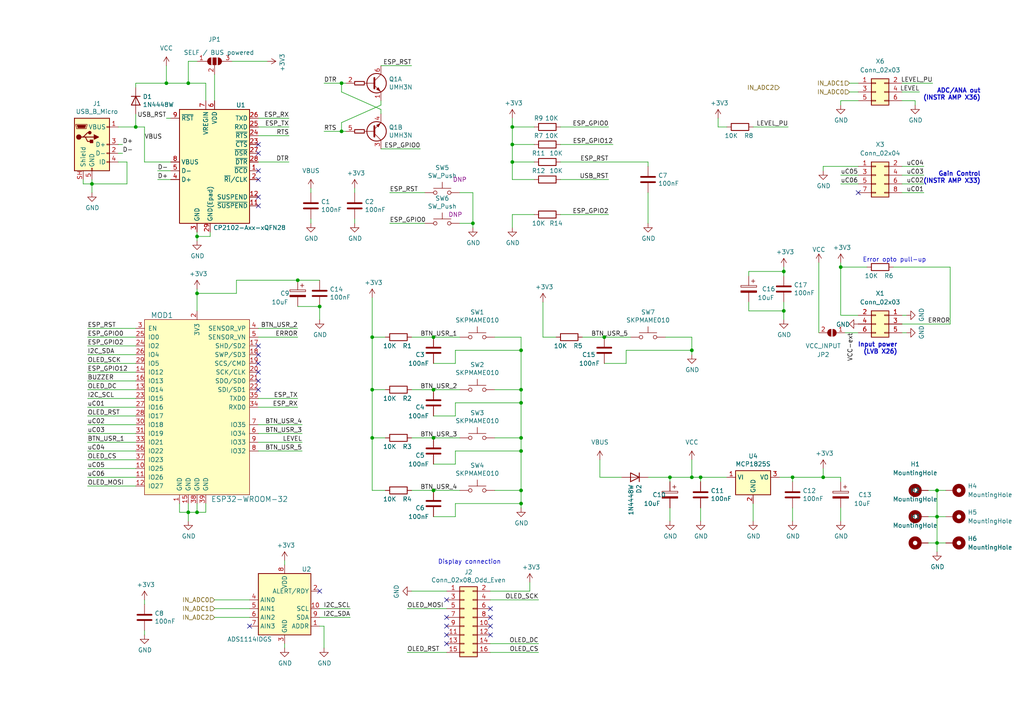
<source format=kicad_sch>
(kicad_sch (version 20211123) (generator eeschema)

  (uuid 60ff6322-62e2-4602-9bc0-7a0f0a5ecfbf)

  (paper "A4")

  

  (junction (at 107.95 97.79) (diameter 0) (color 0 0 0 0)
    (uuid 01640fbc-df19-4731-8c7e-f0206df31cb5)
  )
  (junction (at 86.36 81.28) (diameter 0) (color 0 0 0 0)
    (uuid 03e6a5ac-b562-4a91-acb3-f470adbe1f76)
  )
  (junction (at 271.78 149.86) (diameter 0) (color 0 0 0 0)
    (uuid 06247682-e63b-4f58-9982-8cc5ea0bfa1f)
  )
  (junction (at 175.26 97.79) (diameter 0) (color 0 0 0 0)
    (uuid 0b5e56c2-74b4-4f3b-971b-581bae97c652)
  )
  (junction (at 39.37 36.83) (diameter 0) (color 0 0 0 0)
    (uuid 12a24e86-2c38-4685-bba9-fff8dddb4cb0)
  )
  (junction (at 99.06 38.1) (diameter 0) (color 0 0 0 0)
    (uuid 180245d9-4a3f-4d1b-adcc-b4eafac722e0)
  )
  (junction (at 125.73 113.03) (diameter 0) (color 0 0 0 0)
    (uuid 1bfb1b1a-6079-412b-80ea-f4cc3a263d6f)
  )
  (junction (at 137.16 64.77) (diameter 0) (color 0 0 0 0)
    (uuid 1dfbf353-5b24-4c0f-8322-8fcd514ae75e)
  )
  (junction (at 26.67 53.34) (diameter 0) (color 0 0 0 0)
    (uuid 1f9ae101-c652-4998-a503-17aedf3d5746)
  )
  (junction (at 57.15 68.58) (diameter 0) (color 0 0 0 0)
    (uuid 36d783e7-096f-4c97-9672-7e08c083b87b)
  )
  (junction (at 99.06 24.13) (diameter 0) (color 0 0 0 0)
    (uuid 3c5e5ea9-793d-46e3-86bc-5884c4490dc7)
  )
  (junction (at 151.13 146.05) (diameter 0) (color 0 0 0 0)
    (uuid 3dc7c427-e5f7-45b6-9b78-d44441cb2cd4)
  )
  (junction (at 148.59 46.99) (diameter 0) (color 0 0 0 0)
    (uuid 4a54c707-7b6f-4a3d-a74d-5e3526114aba)
  )
  (junction (at 125.73 97.79) (diameter 0) (color 0 0 0 0)
    (uuid 4f294d48-de66-45bd-83d1-a4f60fb2a0c2)
  )
  (junction (at 243.84 77.47) (diameter 0) (color 0 0 0 0)
    (uuid 4f96ebad-bce0-4a4d-9c4a-24f31509b0a4)
  )
  (junction (at 227.33 90.17) (diameter 0) (color 0 0 0 0)
    (uuid 51ce53c6-1db6-49de-b8fe-efd681a4234a)
  )
  (junction (at 107.95 113.03) (diameter 0) (color 0 0 0 0)
    (uuid 5274bd4d-b3a6-421d-b926-4c46f9470e2f)
  )
  (junction (at 125.73 127) (diameter 0) (color 0 0 0 0)
    (uuid 58909626-c411-403a-969d-1d8865c1219c)
  )
  (junction (at 148.59 41.91) (diameter 0) (color 0 0 0 0)
    (uuid 60b393ef-b4cd-4d0d-b218-8e186321dab6)
  )
  (junction (at 54.61 24.13) (diameter 0) (color 0 0 0 0)
    (uuid 6298b17d-1371-40b7-97c8-a4a373d6325e)
  )
  (junction (at 48.26 24.13) (diameter 0) (color 0 0 0 0)
    (uuid 65aae062-ae36-490f-a192-f1322d76f739)
  )
  (junction (at 227.33 78.74) (diameter 0) (color 0 0 0 0)
    (uuid 6671409d-cd16-4f6b-8442-801ad2934e52)
  )
  (junction (at 151.13 113.03) (diameter 0) (color 0 0 0 0)
    (uuid 68fdfae5-8943-4710-ad7d-348d2fdf7b79)
  )
  (junction (at 107.95 127) (diameter 0) (color 0 0 0 0)
    (uuid 7a8aa5f5-7463-41b0-8bf9-cafa61bf226c)
  )
  (junction (at 238.76 138.43) (diameter 0) (color 0 0 0 0)
    (uuid 7bea05d4-1dec-4cd6-aa53-302dde803254)
  )
  (junction (at 151.13 101.6) (diameter 0) (color 0 0 0 0)
    (uuid 7d7abbf0-e990-409b-a27f-6da5185b3886)
  )
  (junction (at 151.13 130.81) (diameter 0) (color 0 0 0 0)
    (uuid 81da9909-9778-4de7-b343-175c9db4675d)
  )
  (junction (at 148.59 36.83) (diameter 0) (color 0 0 0 0)
    (uuid 869d6302-ae22-478f-9723-3feacbb12eef)
  )
  (junction (at 54.61 148.59) (diameter 0) (color 0 0 0 0)
    (uuid 8bdea5f6-7a53-427a-92b8-fd15994c2e8c)
  )
  (junction (at 125.73 142.24) (diameter 0) (color 0 0 0 0)
    (uuid 90e35cda-49cc-4322-a075-051479032de3)
  )
  (junction (at 271.78 157.48) (diameter 0) (color 0 0 0 0)
    (uuid 99cf000f-9d19-4497-bf11-b67743740491)
  )
  (junction (at 151.13 127) (diameter 0) (color 0 0 0 0)
    (uuid 9cb4e056-3d41-4e5d-a5e3-7ea72564f03b)
  )
  (junction (at 200.66 101.6) (diameter 0) (color 0 0 0 0)
    (uuid 9ec0be17-3571-4cfd-83ca-c505602c3be6)
  )
  (junction (at 271.78 142.24) (diameter 0) (color 0 0 0 0)
    (uuid a05a7834-750d-4a18-8304-824742e986e6)
  )
  (junction (at 57.15 85.09) (diameter 0) (color 0 0 0 0)
    (uuid a5aedd37-46af-48af-8ae8-3785e245cc6e)
  )
  (junction (at 151.13 116.84) (diameter 0) (color 0 0 0 0)
    (uuid afa5d714-96d9-47f9-8d38-c592a7b78168)
  )
  (junction (at 151.13 142.24) (diameter 0) (color 0 0 0 0)
    (uuid b4e922d5-e9ae-4b96-b5bc-025ca63987dd)
  )
  (junction (at 229.87 138.43) (diameter 0) (color 0 0 0 0)
    (uuid de370984-7922-4327-a0ba-7cd613995df4)
  )
  (junction (at 203.2 138.43) (diameter 0) (color 0 0 0 0)
    (uuid e79c8e11-ed47-4701-ae80-a54cdb6682a5)
  )
  (junction (at 92.71 88.9) (diameter 0) (color 0 0 0 0)
    (uuid e94cdb40-163d-405e-b329-171a71a3c93d)
  )
  (junction (at 200.66 138.43) (diameter 0) (color 0 0 0 0)
    (uuid f4a1ab68-998b-43e3-aa33-40b58210bc99)
  )
  (junction (at 194.31 138.43) (diameter 0) (color 0 0 0 0)
    (uuid f860f099-9d99-4520-ab63-9dad6f34c107)
  )
  (junction (at 57.15 148.59) (diameter 0) (color 0 0 0 0)
    (uuid fa00d3f4-bb71-4b1d-aa40-ae9267e2c41f)
  )

  (no_connect (at 74.93 105.41) (uuid 083becc8-e25d-4206-9636-55457650bbe3))
  (no_connect (at 74.93 110.49) (uuid 10b74ec8-a945-4dff-9e89-049e2aee7861))
  (no_connect (at 74.93 41.91) (uuid 18c61c95-8af1-4986-b67e-c7af9c15ab6b))
  (no_connect (at 92.71 171.45) (uuid 247f29e8-e171-4803-927a-f3834e2cd1f3))
  (no_connect (at 142.24 179.07) (uuid 275b6416-db29-42cc-9307-bf426917c3b4))
  (no_connect (at 129.54 184.15) (uuid 29cbb0bc-f66b-4d11-80e7-5bb270e42496))
  (no_connect (at 142.24 176.53) (uuid 3c22d605-7855-4cc6-8ad2-906cadbd02dc))
  (no_connect (at 74.93 100.33) (uuid 3e3d55c8-e0ea-48fb-8421-a84b7cb7055b))
  (no_connect (at 74.93 44.45) (uuid 4e27930e-1827-4788-aa6b-487321d46602))
  (no_connect (at 74.93 59.69) (uuid 593b8647-0095-46cc-ba23-3cf2a86edb5e))
  (no_connect (at 74.93 57.15) (uuid 60aa0ce8-9d0e-48ca-bbf9-866403979e9b))
  (no_connect (at 74.93 102.87) (uuid 725cdf26-4b92-46db-bca9-10d930002dda))
  (no_connect (at 74.93 113.03) (uuid 79451892-db6b-4999-916d-6392174ee493))
  (no_connect (at 74.93 107.95) (uuid 7acd513a-187b-4936-9f93-2e521ce33ad5))
  (no_connect (at 74.93 49.53) (uuid 8cd050d6-228c-4da0-9533-b4f8d14cfb34))
  (no_connect (at 248.92 55.88) (uuid 8d066af3-56c2-49f2-80c2-5735fd07a0b4))
  (no_connect (at 142.24 181.61) (uuid 91fc5800-6029-46b1-848d-ca0091f97267))
  (no_connect (at 72.39 181.61) (uuid ac22db93-e727-4c57-90ff-022e6d7ff7f5))
  (no_connect (at 142.24 184.15) (uuid bb8162f0-99c8-4884-be5b-c0d0c7e81ff6))
  (no_connect (at 74.93 52.07) (uuid bde95c06-433a-4c03-bc48-e3abcdb4e054))
  (no_connect (at 129.54 179.07) (uuid c2dd13db-24b6-40f1-b75b-b9ab893d92ea))
  (no_connect (at 129.54 186.69) (uuid c401e9c6-1deb-4979-99be-7c801c952098))
  (no_connect (at 129.54 181.61) (uuid d1c19c11-0a13-4237-b6b4-fb2ef1db7c6d))
  (no_connect (at 129.54 173.99) (uuid df83f395-2d18-47e2-a370-952ca41c2b3a))

  (wire (pts (xy 261.62 48.26) (xy 267.97 48.26))
    (stroke (width 0) (type default) (color 0 0 0 0))
    (uuid 015af63e-dc2b-46b1-a32d-c2e3b8f44317)
  )
  (wire (pts (xy 229.87 147.32) (xy 229.87 151.13))
    (stroke (width 0) (type default) (color 0 0 0 0))
    (uuid 015f5586-ba76-4a98-9114-f5cd2c67134d)
  )
  (wire (pts (xy 175.26 97.79) (xy 182.88 97.79))
    (stroke (width 0) (type default) (color 0 0 0 0))
    (uuid 01a662f7-6cc5-4954-978c-538e90239add)
  )
  (wire (pts (xy 54.61 24.13) (xy 59.69 24.13))
    (stroke (width 0) (type default) (color 0 0 0 0))
    (uuid 0499d173-b579-4ab8-bc73-ea8ea6c4c700)
  )
  (wire (pts (xy 227.33 77.47) (xy 227.33 78.74))
    (stroke (width 0) (type default) (color 0 0 0 0))
    (uuid 0599d29b-9b82-4428-9c48-898c91f9af54)
  )
  (wire (pts (xy 217.17 78.74) (xy 217.17 80.01))
    (stroke (width 0) (type default) (color 0 0 0 0))
    (uuid 085f570a-c405-4fb1-9e0d-f6e50f432524)
  )
  (wire (pts (xy 68.58 81.28) (xy 86.36 81.28))
    (stroke (width 0) (type default) (color 0 0 0 0))
    (uuid 0904ac1a-aa6b-4164-8e23-8c17b0562eae)
  )
  (wire (pts (xy 57.15 68.58) (xy 57.15 67.31))
    (stroke (width 0) (type default) (color 0 0 0 0))
    (uuid 0a1a4d88-972a-46ce-b25e-6cb796bd41f7)
  )
  (wire (pts (xy 25.4 105.41) (xy 39.37 105.41))
    (stroke (width 0) (type default) (color 0 0 0 0))
    (uuid 0b9f21ed-3d41-4f23-ae45-74117a5f3153)
  )
  (wire (pts (xy 203.2 138.43) (xy 210.82 138.43))
    (stroke (width 0) (type default) (color 0 0 0 0))
    (uuid 0c3c19de-317f-4c9d-8669-87659ab86d50)
  )
  (wire (pts (xy 107.95 113.03) (xy 107.95 127))
    (stroke (width 0) (type default) (color 0 0 0 0))
    (uuid 0dfb012a-26d7-4eba-ab1a-971bf4bc8671)
  )
  (wire (pts (xy 143.51 113.03) (xy 151.13 113.03))
    (stroke (width 0) (type default) (color 0 0 0 0))
    (uuid 10308f4d-322d-4ffc-af46-e623a283ea8b)
  )
  (wire (pts (xy 25.4 120.65) (xy 39.37 120.65))
    (stroke (width 0) (type default) (color 0 0 0 0))
    (uuid 10d8ad0e-6a08-4053-92aa-23a15910fd21)
  )
  (wire (pts (xy 243.84 91.44) (xy 243.84 77.47))
    (stroke (width 0) (type default) (color 0 0 0 0))
    (uuid 1180f33e-f224-4439-92e9-4a12a9c6cc68)
  )
  (wire (pts (xy 200.66 133.35) (xy 200.66 138.43))
    (stroke (width 0) (type default) (color 0 0 0 0))
    (uuid 12fa3c3f-3d14-451a-a6a8-884fd1b32fa7)
  )
  (wire (pts (xy 269.24 149.86) (xy 271.78 149.86))
    (stroke (width 0) (type default) (color 0 0 0 0))
    (uuid 158b10b5-4518-41cb-9154-c9cd6df1188d)
  )
  (wire (pts (xy 148.59 41.91) (xy 148.59 46.99))
    (stroke (width 0) (type default) (color 0 0 0 0))
    (uuid 15b0e923-529b-490e-8ba7-4f74a8e52c69)
  )
  (wire (pts (xy 125.73 127) (xy 133.35 127))
    (stroke (width 0) (type default) (color 0 0 0 0))
    (uuid 16442a35-06e5-486a-a1bf-a53e997d9a0f)
  )
  (wire (pts (xy 175.26 105.41) (xy 181.61 105.41))
    (stroke (width 0) (type default) (color 0 0 0 0))
    (uuid 1886a93c-7bc3-4c8a-8fef-a54a7a25cfa7)
  )
  (wire (pts (xy 62.23 176.53) (xy 72.39 176.53))
    (stroke (width 0) (type default) (color 0 0 0 0))
    (uuid 1a3896dc-e816-4c09-a57f-31e542bbd9ca)
  )
  (wire (pts (xy 200.66 102.87) (xy 200.66 101.6))
    (stroke (width 0) (type default) (color 0 0 0 0))
    (uuid 1aa35546-c260-44fd-916b-fbc941c9479d)
  )
  (wire (pts (xy 54.61 148.59) (xy 57.15 148.59))
    (stroke (width 0) (type default) (color 0 0 0 0))
    (uuid 1cb22080-0f59-4c18-a6e6-8685ef44ec53)
  )
  (wire (pts (xy 86.36 81.28) (xy 92.71 81.28))
    (stroke (width 0) (type default) (color 0 0 0 0))
    (uuid 1e7c4b37-f0dc-41f5-ad4a-34c06ae31b03)
  )
  (wire (pts (xy 100.33 24.13) (xy 99.06 24.13))
    (stroke (width 0) (type default) (color 0 0 0 0))
    (uuid 1fbb0219-551e-409b-a61b-76e8cebdfb9d)
  )
  (wire (pts (xy 68.58 81.28) (xy 68.58 85.09))
    (stroke (width 0) (type default) (color 0 0 0 0))
    (uuid 22236bec-4a4c-474c-8e18-3b9a0d884f03)
  )
  (wire (pts (xy 39.37 135.89) (xy 25.4 135.89))
    (stroke (width 0) (type default) (color 0 0 0 0))
    (uuid 22962957-1efd-404d-83db-5b233b6c15b0)
  )
  (wire (pts (xy 200.66 101.6) (xy 200.66 97.79))
    (stroke (width 0) (type default) (color 0 0 0 0))
    (uuid 2303f0ca-d89c-4397-886c-f4a3ed8b2ac2)
  )
  (wire (pts (xy 48.26 19.05) (xy 48.26 24.13))
    (stroke (width 0) (type default) (color 0 0 0 0))
    (uuid 2534d572-cd6d-4164-8f18-e9949ba9b42d)
  )
  (wire (pts (xy 137.16 55.88) (xy 133.35 55.88))
    (stroke (width 0) (type default) (color 0 0 0 0))
    (uuid 269f19c3-6824-45a8-be29-fa58d70cbb42)
  )
  (wire (pts (xy 57.15 85.09) (xy 57.15 90.17))
    (stroke (width 0) (type default) (color 0 0 0 0))
    (uuid 27f4f09a-2e91-483d-9d43-b93c61785c52)
  )
  (wire (pts (xy 99.06 24.13) (xy 99.06 26.67))
    (stroke (width 0) (type default) (color 0 0 0 0))
    (uuid 28e37b45-f843-47c2-85c9-ca19f5430ece)
  )
  (wire (pts (xy 60.96 67.31) (xy 60.96 68.58))
    (stroke (width 0) (type default) (color 0 0 0 0))
    (uuid 29bb7297-26fb-4776-9266-2355d022bab0)
  )
  (wire (pts (xy 176.53 62.23) (xy 162.56 62.23))
    (stroke (width 0) (type default) (color 0 0 0 0))
    (uuid 2a1de22d-6451-488d-af77-0bf8841bd695)
  )
  (wire (pts (xy 92.71 88.9) (xy 92.71 92.71))
    (stroke (width 0) (type default) (color 0 0 0 0))
    (uuid 2a8c6d21-0f6f-4df3-b327-4e6eebb495be)
  )
  (wire (pts (xy 227.33 78.74) (xy 227.33 80.01))
    (stroke (width 0) (type default) (color 0 0 0 0))
    (uuid 2bca8664-e4d0-442d-b935-6dde2676186c)
  )
  (wire (pts (xy 217.17 87.63) (xy 217.17 90.17))
    (stroke (width 0) (type default) (color 0 0 0 0))
    (uuid 2c14e7aa-12f1-4138-bea3-66b4d9dff9b8)
  )
  (wire (pts (xy 25.4 123.19) (xy 39.37 123.19))
    (stroke (width 0) (type default) (color 0 0 0 0))
    (uuid 2cd5e95a-c3e2-4861-8cfc-23bebd747c31)
  )
  (wire (pts (xy 25.4 102.87) (xy 39.37 102.87))
    (stroke (width 0) (type default) (color 0 0 0 0))
    (uuid 2ea8fa6f-efc3-40fe-bcf9-05bfa46ead4f)
  )
  (wire (pts (xy 194.31 147.32) (xy 194.31 151.13))
    (stroke (width 0) (type default) (color 0 0 0 0))
    (uuid 2f424da3-8fae-4941-bc6d-20044787372f)
  )
  (wire (pts (xy 119.38 97.79) (xy 125.73 97.79))
    (stroke (width 0) (type default) (color 0 0 0 0))
    (uuid 2fe7c4aa-33bd-46c6-a02e-20bf7cb6875a)
  )
  (wire (pts (xy 62.23 21.59) (xy 62.23 29.21))
    (stroke (width 0) (type default) (color 0 0 0 0))
    (uuid 312cbb32-9571-49f3-9535-4901ee64b620)
  )
  (wire (pts (xy 82.55 186.69) (xy 82.55 187.96))
    (stroke (width 0) (type default) (color 0 0 0 0))
    (uuid 347562f5-b152-4e7b-8a69-40ca6daaaad4)
  )
  (wire (pts (xy 118.11 189.23) (xy 129.54 189.23))
    (stroke (width 0) (type default) (color 0 0 0 0))
    (uuid 355ced6c-c08a-4586-9a09-7a9c624536f6)
  )
  (wire (pts (xy 25.4 107.95) (xy 39.37 107.95))
    (stroke (width 0) (type default) (color 0 0 0 0))
    (uuid 35c6497a-18b9-491f-b131-e4297d8f96ca)
  )
  (wire (pts (xy 243.84 53.34) (xy 248.92 53.34))
    (stroke (width 0) (type default) (color 0 0 0 0))
    (uuid 35cc0305-9260-4d36-af70-8d262cfa0dc2)
  )
  (wire (pts (xy 34.29 46.99) (xy 36.83 46.99))
    (stroke (width 0) (type default) (color 0 0 0 0))
    (uuid 35ef9c4a-35f6-467b-a704-b1d9354880cf)
  )
  (wire (pts (xy 137.16 64.77) (xy 137.16 55.88))
    (stroke (width 0) (type default) (color 0 0 0 0))
    (uuid 38cfe839-c630-43d3-a9ec-6a89ba9e318a)
  )
  (wire (pts (xy 74.93 130.81) (xy 87.63 130.81))
    (stroke (width 0) (type default) (color 0 0 0 0))
    (uuid 3b05eff3-6c84-4618-90e0-0afab989aec9)
  )
  (wire (pts (xy 151.13 147.32) (xy 151.13 146.05))
    (stroke (width 0) (type default) (color 0 0 0 0))
    (uuid 3b753257-c6aa-48e2-8fbb-65e172254f49)
  )
  (wire (pts (xy 41.91 36.83) (xy 39.37 36.83))
    (stroke (width 0) (type default) (color 0 0 0 0))
    (uuid 3e0392c0-affc-4114-9de5-1f1cfe79418a)
  )
  (wire (pts (xy 118.11 176.53) (xy 129.54 176.53))
    (stroke (width 0) (type default) (color 0 0 0 0))
    (uuid 3ed2c840-383d-4cbd-bc3b-c4ea4c97b333)
  )
  (wire (pts (xy 151.13 146.05) (xy 151.13 142.24))
    (stroke (width 0) (type default) (color 0 0 0 0))
    (uuid 3ffe6a2d-e3b6-484a-acd4-401a37c287f6)
  )
  (wire (pts (xy 156.21 186.69) (xy 142.24 186.69))
    (stroke (width 0) (type default) (color 0 0 0 0))
    (uuid 4086cbd7-6ba7-4e63-8da9-17e60627ee17)
  )
  (wire (pts (xy 243.84 30.48) (xy 243.84 29.21))
    (stroke (width 0) (type default) (color 0 0 0 0))
    (uuid 41fd0096-953d-49a5-b7b1-c986c610c29b)
  )
  (wire (pts (xy 238.76 135.89) (xy 238.76 138.43))
    (stroke (width 0) (type default) (color 0 0 0 0))
    (uuid 42d3f9d6-2a47-41a8-b942-295fcb83bcd8)
  )
  (wire (pts (xy 162.56 46.99) (xy 187.96 46.99))
    (stroke (width 0) (type default) (color 0 0 0 0))
    (uuid 443bc73a-8dc0-4e2f-a292-a5eff00efa5b)
  )
  (wire (pts (xy 62.23 173.99) (xy 72.39 173.99))
    (stroke (width 0) (type default) (color 0 0 0 0))
    (uuid 4641c87c-bffa-41fe-ae77-be3a97a6f797)
  )
  (wire (pts (xy 243.84 151.13) (xy 243.84 147.32))
    (stroke (width 0) (type default) (color 0 0 0 0))
    (uuid 46cbe85d-ff47-428e-b187-4ebd50a66e0c)
  )
  (wire (pts (xy 25.4 118.11) (xy 39.37 118.11))
    (stroke (width 0) (type default) (color 0 0 0 0))
    (uuid 475ed8b3-90bf-48cd-bce5-d8f48b689541)
  )
  (wire (pts (xy 245.11 96.52) (xy 248.92 96.52))
    (stroke (width 0) (type default) (color 0 0 0 0))
    (uuid 489677ad-184d-4587-96cd-4d590757311e)
  )
  (wire (pts (xy 227.33 90.17) (xy 227.33 92.71))
    (stroke (width 0) (type default) (color 0 0 0 0))
    (uuid 4993a142-e774-4850-854f-e26af5f6153a)
  )
  (wire (pts (xy 107.95 113.03) (xy 111.76 113.03))
    (stroke (width 0) (type default) (color 0 0 0 0))
    (uuid 4a4949c5-b952-4a5d-99cd-15958bb1c0a7)
  )
  (wire (pts (xy 148.59 52.07) (xy 148.59 46.99))
    (stroke (width 0) (type default) (color 0 0 0 0))
    (uuid 4b1fce17-dec7-457e-ba3b-a77604e77dc9)
  )
  (wire (pts (xy 113.03 64.77) (xy 123.19 64.77))
    (stroke (width 0) (type default) (color 0 0 0 0))
    (uuid 4cafb73d-1ad8-4d24-acf7-63d78095ae46)
  )
  (wire (pts (xy 35.56 44.45) (xy 34.29 44.45))
    (stroke (width 0) (type default) (color 0 0 0 0))
    (uuid 4d4fecdd-be4a-47e9-9085-2268d5852d8f)
  )
  (wire (pts (xy 238.76 49.53) (xy 238.76 48.26))
    (stroke (width 0) (type default) (color 0 0 0 0))
    (uuid 4e20d7ba-c629-4b03-a4fa-1c53eed54d3d)
  )
  (wire (pts (xy 125.73 97.79) (xy 133.35 97.79))
    (stroke (width 0) (type default) (color 0 0 0 0))
    (uuid 4ed0a268-7cdd-4a80-9883-cf3ce5a7ce6b)
  )
  (wire (pts (xy 162.56 41.91) (xy 177.8 41.91))
    (stroke (width 0) (type default) (color 0 0 0 0))
    (uuid 4f852024-4528-4c29-b48d-f8741aff91c1)
  )
  (wire (pts (xy 132.08 105.41) (xy 132.08 101.6))
    (stroke (width 0) (type default) (color 0 0 0 0))
    (uuid 4fe2da4e-964c-447f-8a3a-aa5d0297d9fe)
  )
  (wire (pts (xy 57.15 85.09) (xy 68.58 85.09))
    (stroke (width 0) (type default) (color 0 0 0 0))
    (uuid 4fe48c78-c334-4b58-8387-fec141661466)
  )
  (wire (pts (xy 269.24 142.24) (xy 271.78 142.24))
    (stroke (width 0) (type default) (color 0 0 0 0))
    (uuid 507284db-988b-49b4-b378-aaf787319767)
  )
  (wire (pts (xy 218.44 146.05) (xy 218.44 151.13))
    (stroke (width 0) (type default) (color 0 0 0 0))
    (uuid 541721d1-074b-496e-a833-813044b3e8ca)
  )
  (wire (pts (xy 99.06 35.56) (xy 99.06 38.1))
    (stroke (width 0) (type default) (color 0 0 0 0))
    (uuid 54212c01-b363-47b8-a145-45c40df316f4)
  )
  (wire (pts (xy 137.16 66.04) (xy 137.16 64.77))
    (stroke (width 0) (type default) (color 0 0 0 0))
    (uuid 582622a2-fad4-4737-9a80-be9fffbba8ab)
  )
  (wire (pts (xy 133.35 64.77) (xy 137.16 64.77))
    (stroke (width 0) (type default) (color 0 0 0 0))
    (uuid 5889287d-b845-4684-b23e-663811b25d27)
  )
  (wire (pts (xy 74.93 95.25) (xy 86.36 95.25))
    (stroke (width 0) (type default) (color 0 0 0 0))
    (uuid 595be453-f7ae-43a4-98dc-9f4206218d14)
  )
  (wire (pts (xy 26.67 53.34) (xy 26.67 52.07))
    (stroke (width 0) (type default) (color 0 0 0 0))
    (uuid 5c30b9b4-3014-4f50-9329-27a539b67e01)
  )
  (wire (pts (xy 54.61 17.78) (xy 54.61 24.13))
    (stroke (width 0) (type default) (color 0 0 0 0))
    (uuid 5da50ad6-92c3-40ce-9ac7-6537cd607e43)
  )
  (wire (pts (xy 132.08 116.84) (xy 151.13 116.84))
    (stroke (width 0) (type default) (color 0 0 0 0))
    (uuid 5dd9331b-14fc-438b-bcc8-6318b45292c2)
  )
  (wire (pts (xy 25.4 138.43) (xy 39.37 138.43))
    (stroke (width 0) (type default) (color 0 0 0 0))
    (uuid 5f312b85-6822-40a3-b417-2df49696ca2d)
  )
  (wire (pts (xy 57.15 146.05) (xy 57.15 148.59))
    (stroke (width 0) (type default) (color 0 0 0 0))
    (uuid 5ff19d63-2cb4-438b-93c4-e66d37a05329)
  )
  (wire (pts (xy 57.15 148.59) (xy 59.69 148.59))
    (stroke (width 0) (type default) (color 0 0 0 0))
    (uuid 616287d9-a51f-498c-8b91-be46a0aa3a7f)
  )
  (wire (pts (xy 143.51 127) (xy 151.13 127))
    (stroke (width 0) (type default) (color 0 0 0 0))
    (uuid 62c54e83-debd-42e9-b6b0-aaa706a2ff13)
  )
  (wire (pts (xy 187.96 64.77) (xy 187.96 55.88))
    (stroke (width 0) (type default) (color 0 0 0 0))
    (uuid 633292d3-80c5-4986-be82-ce926e9f09f4)
  )
  (wire (pts (xy 59.69 148.59) (xy 59.69 146.05))
    (stroke (width 0) (type default) (color 0 0 0 0))
    (uuid 637f12be-fa48-4ce4-96b2-04c21a8795c8)
  )
  (wire (pts (xy 153.67 171.45) (xy 142.24 171.45))
    (stroke (width 0) (type default) (color 0 0 0 0))
    (uuid 63caf46e-0228-40de-b819-c6bd29dd1711)
  )
  (wire (pts (xy 39.37 33.02) (xy 39.37 36.83))
    (stroke (width 0) (type default) (color 0 0 0 0))
    (uuid 6513181c-0a6a-4560-9a18-17450c36ae2a)
  )
  (wire (pts (xy 151.13 101.6) (xy 151.13 113.03))
    (stroke (width 0) (type default) (color 0 0 0 0))
    (uuid 65388e2e-32ea-41d7-98a2-35744b85e784)
  )
  (wire (pts (xy 151.13 97.79) (xy 143.51 97.79))
    (stroke (width 0) (type default) (color 0 0 0 0))
    (uuid 673897c0-277a-4fdb-9be1-18d140fcfb9c)
  )
  (wire (pts (xy 246.38 24.13) (xy 248.92 24.13))
    (stroke (width 0) (type default) (color 0 0 0 0))
    (uuid 67a63d8e-5e42-4c12-826d-9f0cd0cfb517)
  )
  (wire (pts (xy 243.84 77.47) (xy 243.84 76.2))
    (stroke (width 0) (type default) (color 0 0 0 0))
    (uuid 6898ce2c-c7d0-4991-80fd-1bc9797ec472)
  )
  (wire (pts (xy 125.73 134.62) (xy 132.08 134.62))
    (stroke (width 0) (type default) (color 0 0 0 0))
    (uuid 6899b026-3b64-4037-bed1-640f04ac41d7)
  )
  (wire (pts (xy 148.59 34.29) (xy 148.59 36.83))
    (stroke (width 0) (type default) (color 0 0 0 0))
    (uuid 691af561-538d-4e8f-a916-26cad45eb7d6)
  )
  (wire (pts (xy 176.53 52.07) (xy 162.56 52.07))
    (stroke (width 0) (type default) (color 0 0 0 0))
    (uuid 6ac3ab53-7523-4805-bfd2-5de19dff127e)
  )
  (wire (pts (xy 151.13 130.81) (xy 151.13 142.24))
    (stroke (width 0) (type default) (color 0 0 0 0))
    (uuid 6d4ab6f9-b483-459e-b7b7-7b2e8fa44480)
  )
  (wire (pts (xy 39.37 97.79) (xy 25.4 97.79))
    (stroke (width 0) (type default) (color 0 0 0 0))
    (uuid 6f580eb1-88cc-489d-a7ca-9efa5e590715)
  )
  (wire (pts (xy 125.73 120.65) (xy 132.08 120.65))
    (stroke (width 0) (type default) (color 0 0 0 0))
    (uuid 6f81f3f4-fc1e-4be8-92d7-32713d46998c)
  )
  (wire (pts (xy 54.61 148.59) (xy 54.61 151.13))
    (stroke (width 0) (type default) (color 0 0 0 0))
    (uuid 701e1517-e8cf-46f4-b538-98e721c97380)
  )
  (wire (pts (xy 92.71 181.61) (xy 93.98 181.61))
    (stroke (width 0) (type default) (color 0 0 0 0))
    (uuid 70d34adf-9bd8-469e-8c77-5c0d7adf511e)
  )
  (wire (pts (xy 49.53 52.07) (xy 45.72 52.07))
    (stroke (width 0) (type default) (color 0 0 0 0))
    (uuid 71c6e723-673c-45a9-a0e4-9742220c52a3)
  )
  (wire (pts (xy 119.38 171.45) (xy 129.54 171.45))
    (stroke (width 0) (type default) (color 0 0 0 0))
    (uuid 7233cb6b-d8fd-4fcd-9b4f-8b0ed19b1b12)
  )
  (wire (pts (xy 41.91 184.15) (xy 41.91 182.88))
    (stroke (width 0) (type default) (color 0 0 0 0))
    (uuid 73fbe87f-3928-49c2-bf87-839d907c6aef)
  )
  (wire (pts (xy 261.62 93.98) (xy 275.59 93.98))
    (stroke (width 0) (type default) (color 0 0 0 0))
    (uuid 747a6a4c-4641-4b0c-9c0e-f5fe21c8d40b)
  )
  (wire (pts (xy 237.49 76.2) (xy 237.49 96.52))
    (stroke (width 0) (type default) (color 0 0 0 0))
    (uuid 74bb6dcf-0765-4cd7-be56-d63c5caf22b6)
  )
  (wire (pts (xy 86.36 118.11) (xy 74.93 118.11))
    (stroke (width 0) (type default) (color 0 0 0 0))
    (uuid 76afa8e0-9b3a-439d-843c-ad039d3b6354)
  )
  (wire (pts (xy 48.26 24.13) (xy 54.61 24.13))
    (stroke (width 0) (type default) (color 0 0 0 0))
    (uuid 7a4c9148-cc21-409c-a0e4-84d9c4ff88c0)
  )
  (wire (pts (xy 83.82 34.29) (xy 74.93 34.29))
    (stroke (width 0) (type default) (color 0 0 0 0))
    (uuid 7a74c4b1-6243-4a12-85a2-bc41d346e7aa)
  )
  (wire (pts (xy 271.78 149.86) (xy 274.32 149.86))
    (stroke (width 0) (type default) (color 0 0 0 0))
    (uuid 7b2bd544-5fe1-4aa3-bb1a-bc78194a3769)
  )
  (wire (pts (xy 25.4 110.49) (xy 39.37 110.49))
    (stroke (width 0) (type default) (color 0 0 0 0))
    (uuid 7b766787-7689-40b8-9ef5-c0b1af45a9ae)
  )
  (wire (pts (xy 269.24 157.48) (xy 271.78 157.48))
    (stroke (width 0) (type default) (color 0 0 0 0))
    (uuid 7bf45091-9dc2-4d0e-ad54-9469dcd93e24)
  )
  (wire (pts (xy 110.49 29.21) (xy 110.49 30.48))
    (stroke (width 0) (type default) (color 0 0 0 0))
    (uuid 7bfba61b-6752-4a45-9ee6-5984dcb15041)
  )
  (wire (pts (xy 25.4 130.81) (xy 39.37 130.81))
    (stroke (width 0) (type default) (color 0 0 0 0))
    (uuid 7c3789d2-16d5-44bc-866d-b664353827d4)
  )
  (wire (pts (xy 148.59 36.83) (xy 154.94 36.83))
    (stroke (width 0) (type default) (color 0 0 0 0))
    (uuid 7ce7415d-7c22-49f6-8215-488853ccc8c6)
  )
  (wire (pts (xy 83.82 39.37) (xy 74.93 39.37))
    (stroke (width 0) (type default) (color 0 0 0 0))
    (uuid 7d76d925-f900-42af-a03f-bb32d2381b09)
  )
  (wire (pts (xy 132.08 120.65) (xy 132.08 116.84))
    (stroke (width 0) (type default) (color 0 0 0 0))
    (uuid 7efd7141-906b-4fe6-aaef-96cb49e701cc)
  )
  (wire (pts (xy 92.71 176.53) (xy 101.6 176.53))
    (stroke (width 0) (type default) (color 0 0 0 0))
    (uuid 7f9683c1-2203-43df-8fa1-719a0dc360df)
  )
  (wire (pts (xy 35.56 41.91) (xy 34.29 41.91))
    (stroke (width 0) (type default) (color 0 0 0 0))
    (uuid 8458d41c-5d62-455d-b6e1-9f718c0faac9)
  )
  (wire (pts (xy 151.13 116.84) (xy 151.13 127))
    (stroke (width 0) (type default) (color 0 0 0 0))
    (uuid 859bdde2-aade-4f27-b25e-30e0efbe49ff)
  )
  (wire (pts (xy 99.06 26.67) (xy 110.49 31.75))
    (stroke (width 0) (type default) (color 0 0 0 0))
    (uuid 88610282-a92d-4c3d-917a-ea95d59e0759)
  )
  (wire (pts (xy 24.13 52.07) (xy 24.13 53.34))
    (stroke (width 0) (type default) (color 0 0 0 0))
    (uuid 88cb65f4-7e9e-44eb-8692-3b6e2e788a94)
  )
  (wire (pts (xy 107.95 86.36) (xy 107.95 97.79))
    (stroke (width 0) (type default) (color 0 0 0 0))
    (uuid 88f27ee3-c89c-40d1-b8eb-c5f74feeffa4)
  )
  (wire (pts (xy 265.43 30.48) (xy 265.43 29.21))
    (stroke (width 0) (type default) (color 0 0 0 0))
    (uuid 8aad3d29-2740-4fa0-b6af-1a1329d465f6)
  )
  (wire (pts (xy 153.67 168.91) (xy 153.67 171.45))
    (stroke (width 0) (type default) (color 0 0 0 0))
    (uuid 8aff0f38-92a8-45ec-b106-b185e93ca3fd)
  )
  (wire (pts (xy 57.15 83.82) (xy 57.15 85.09))
    (stroke (width 0) (type default) (color 0 0 0 0))
    (uuid 8b7bbefd-8f78-41f8-809c-2534a5de3b39)
  )
  (wire (pts (xy 107.95 97.79) (xy 107.95 113.03))
    (stroke (width 0) (type default) (color 0 0 0 0))
    (uuid 8dae6da0-3ed8-49b1-b05d-de10f136f162)
  )
  (wire (pts (xy 168.91 97.79) (xy 175.26 97.79))
    (stroke (width 0) (type default) (color 0 0 0 0))
    (uuid 901aa07d-6cfe-4a24-bca8-c21fbb117c43)
  )
  (wire (pts (xy 227.33 87.63) (xy 227.33 90.17))
    (stroke (width 0) (type default) (color 0 0 0 0))
    (uuid 9145d79d-9e96-4713-96c4-d2ce315674c6)
  )
  (wire (pts (xy 208.28 36.83) (xy 210.82 36.83))
    (stroke (width 0) (type default) (color 0 0 0 0))
    (uuid 91c5fd05-0f35-4f45-9e22-190c715a42fa)
  )
  (wire (pts (xy 119.38 19.05) (xy 110.49 19.05))
    (stroke (width 0) (type default) (color 0 0 0 0))
    (uuid 92035a88-6c95-4a61-bd8a-cb8dd9e5018a)
  )
  (wire (pts (xy 261.62 29.21) (xy 265.43 29.21))
    (stroke (width 0) (type default) (color 0 0 0 0))
    (uuid 92cbddca-47cc-432e-84d9-921c2a617f95)
  )
  (wire (pts (xy 217.17 90.17) (xy 227.33 90.17))
    (stroke (width 0) (type default) (color 0 0 0 0))
    (uuid 94437452-056d-4f3f-bfbe-9eaf41c9f059)
  )
  (wire (pts (xy 86.36 115.57) (xy 74.93 115.57))
    (stroke (width 0) (type default) (color 0 0 0 0))
    (uuid 946404ba-9297-43ec-9d67-30184041145f)
  )
  (wire (pts (xy 271.78 157.48) (xy 274.32 157.48))
    (stroke (width 0) (type default) (color 0 0 0 0))
    (uuid 94909248-3fad-4ce1-8127-29c7227c74f9)
  )
  (wire (pts (xy 25.4 115.57) (xy 39.37 115.57))
    (stroke (width 0) (type default) (color 0 0 0 0))
    (uuid 9529c01f-e1cd-40be-b7f0-83780a544249)
  )
  (wire (pts (xy 102.87 54.61) (xy 102.87 55.88))
    (stroke (width 0) (type default) (color 0 0 0 0))
    (uuid 955cc99e-a129-42cf-abc7-aa99813fdb5f)
  )
  (wire (pts (xy 74.93 97.79) (xy 86.36 97.79))
    (stroke (width 0) (type default) (color 0 0 0 0))
    (uuid 967fc0bc-597e-401a-8ec4-8208a7728694)
  )
  (wire (pts (xy 132.08 134.62) (xy 132.08 130.81))
    (stroke (width 0) (type default) (color 0 0 0 0))
    (uuid 96adee0c-9b19-4da3-8aa4-1495eac0131b)
  )
  (wire (pts (xy 173.99 138.43) (xy 180.34 138.43))
    (stroke (width 0) (type default) (color 0 0 0 0))
    (uuid 97172127-7e15-499b-97b2-78a6d593816a)
  )
  (wire (pts (xy 238.76 48.26) (xy 248.92 48.26))
    (stroke (width 0) (type default) (color 0 0 0 0))
    (uuid 973193ec-8f37-49e2-8624-764e3d728c0c)
  )
  (wire (pts (xy 125.73 149.86) (xy 132.08 149.86))
    (stroke (width 0) (type default) (color 0 0 0 0))
    (uuid 973e2a42-89e8-4f6b-8a85-136ec32ee787)
  )
  (wire (pts (xy 54.61 17.78) (xy 57.15 17.78))
    (stroke (width 0) (type default) (color 0 0 0 0))
    (uuid 9782ef92-ead2-4e46-b14d-da048e48b7dd)
  )
  (wire (pts (xy 110.49 31.75) (xy 110.49 33.02))
    (stroke (width 0) (type default) (color 0 0 0 0))
    (uuid 98914cc3-56fe-40bb-820a-3d157225c145)
  )
  (wire (pts (xy 87.63 128.27) (xy 74.93 128.27))
    (stroke (width 0) (type default) (color 0 0 0 0))
    (uuid 99186658-0361-40ba-ae93-62f23c5622e6)
  )
  (wire (pts (xy 100.33 38.1) (xy 99.06 38.1))
    (stroke (width 0) (type default) (color 0 0 0 0))
    (uuid 99332785-d9f1-4363-9377-26ddc18e6d2c)
  )
  (wire (pts (xy 110.49 30.48) (xy 99.06 35.56))
    (stroke (width 0) (type default) (color 0 0 0 0))
    (uuid 99dfa524-0366-4808-b4e8-328fc38e8656)
  )
  (wire (pts (xy 243.84 29.21) (xy 248.92 29.21))
    (stroke (width 0) (type default) (color 0 0 0 0))
    (uuid 9b6994e6-c40e-498d-ac9f-887afe9ad4a8)
  )
  (wire (pts (xy 99.06 24.13) (xy 93.98 24.13))
    (stroke (width 0) (type default) (color 0 0 0 0))
    (uuid 9dcdc92b-2219-4a4a-8954-45f02cc3ab25)
  )
  (wire (pts (xy 271.78 142.24) (xy 271.78 149.86))
    (stroke (width 0) (type default) (color 0 0 0 0))
    (uuid 9f792bb0-4ce8-4ef6-b3c5-49aa1bcfd23b)
  )
  (wire (pts (xy 193.04 97.79) (xy 200.66 97.79))
    (stroke (width 0) (type default) (color 0 0 0 0))
    (uuid a078bdaf-7ad4-4663-aaa6-7ef9460f6c57)
  )
  (wire (pts (xy 271.78 157.48) (xy 271.78 160.02))
    (stroke (width 0) (type default) (color 0 0 0 0))
    (uuid a26ecf8d-5199-4a2f-b088-cc87a53cc5b7)
  )
  (wire (pts (xy 143.51 142.24) (xy 151.13 142.24))
    (stroke (width 0) (type default) (color 0 0 0 0))
    (uuid a44cdec3-db25-4afd-a8ae-a736db47a9ab)
  )
  (wire (pts (xy 238.76 138.43) (xy 243.84 138.43))
    (stroke (width 0) (type default) (color 0 0 0 0))
    (uuid a5362821-c161-4c7a-a00c-40e1d7472d56)
  )
  (wire (pts (xy 54.61 146.05) (xy 54.61 148.59))
    (stroke (width 0) (type default) (color 0 0 0 0))
    (uuid a599509f-fbb9-4db4-9adf-9e96bab1138d)
  )
  (wire (pts (xy 82.55 162.56) (xy 82.55 163.83))
    (stroke (width 0) (type default) (color 0 0 0 0))
    (uuid a64aeb89-c24a-493b-9aab-87a6be930bde)
  )
  (wire (pts (xy 261.62 26.67) (xy 266.7 26.67))
    (stroke (width 0) (type default) (color 0 0 0 0))
    (uuid a6c90766-c5b7-4475-93b4-c1810fa2a1fb)
  )
  (wire (pts (xy 39.37 100.33) (xy 25.4 100.33))
    (stroke (width 0) (type default) (color 0 0 0 0))
    (uuid a76a574b-1cac-43eb-81e6-0e2e278cea39)
  )
  (wire (pts (xy 86.36 88.9) (xy 92.71 88.9))
    (stroke (width 0) (type default) (color 0 0 0 0))
    (uuid a7b5511b-61ec-459a-8110-aca80e1a7bae)
  )
  (wire (pts (xy 36.83 53.34) (xy 26.67 53.34))
    (stroke (width 0) (type default) (color 0 0 0 0))
    (uuid a7f25f41-0b4c-4430-b6cd-b2160b2db099)
  )
  (wire (pts (xy 156.21 173.99) (xy 142.24 173.99))
    (stroke (width 0) (type default) (color 0 0 0 0))
    (uuid a7fc0812-140f-4d96-9cd8-ead8c1c610b1)
  )
  (wire (pts (xy 227.33 78.74) (xy 217.17 78.74))
    (stroke (width 0) (type default) (color 0 0 0 0))
    (uuid a7fdef50-08c5-46b0-af04-edaff218e6d7)
  )
  (wire (pts (xy 25.4 128.27) (xy 39.37 128.27))
    (stroke (width 0) (type default) (color 0 0 0 0))
    (uuid a8895680-35f2-4d63-8411-7d3e53eea38c)
  )
  (wire (pts (xy 125.73 142.24) (xy 133.35 142.24))
    (stroke (width 0) (type default) (color 0 0 0 0))
    (uuid a92b273a-9d1e-4ec1-9b4f-75f4223ef71c)
  )
  (wire (pts (xy 203.2 138.43) (xy 200.66 138.43))
    (stroke (width 0) (type default) (color 0 0 0 0))
    (uuid aa047297-22f8-4de0-a969-0b3451b8e164)
  )
  (wire (pts (xy 48.26 34.29) (xy 49.53 34.29))
    (stroke (width 0) (type default) (color 0 0 0 0))
    (uuid aa1c6f47-cbd4-4cbd-8265-e5ac08b7ffc8)
  )
  (wire (pts (xy 203.2 139.7) (xy 203.2 138.43))
    (stroke (width 0) (type default) (color 0 0 0 0))
    (uuid ab8b0540-9c9f-4195-88f5-7bed0b0a8ed6)
  )
  (wire (pts (xy 119.38 127) (xy 125.73 127))
    (stroke (width 0) (type default) (color 0 0 0 0))
    (uuid abfb1de5-d0bd-428b-bcb8-a663cdb38afb)
  )
  (wire (pts (xy 39.37 24.13) (xy 48.26 24.13))
    (stroke (width 0) (type default) (color 0 0 0 0))
    (uuid acaad4a6-4f4b-4a31-b3ca-fed41c2487fa)
  )
  (wire (pts (xy 271.78 142.24) (xy 274.32 142.24))
    (stroke (width 0) (type default) (color 0 0 0 0))
    (uuid ad447990-ceaf-4223-9235-c1212b591979)
  )
  (wire (pts (xy 25.4 133.35) (xy 39.37 133.35))
    (stroke (width 0) (type default) (color 0 0 0 0))
    (uuid af186015-d283-4209-aade-a247e5de01df)
  )
  (wire (pts (xy 119.38 113.03) (xy 125.73 113.03))
    (stroke (width 0) (type default) (color 0 0 0 0))
    (uuid af5e760d-76de-426f-819c-4955a7241bd1)
  )
  (wire (pts (xy 229.87 138.43) (xy 238.76 138.43))
    (stroke (width 0) (type default) (color 0 0 0 0))
    (uuid b0b4c3cb-e7ea-49c0-8162-be3bbab3e4ec)
  )
  (wire (pts (xy 39.37 95.25) (xy 25.4 95.25))
    (stroke (width 0) (type default) (color 0 0 0 0))
    (uuid b13e8448-bf35-4ec0-9c70-3f2250718cc2)
  )
  (wire (pts (xy 173.99 133.35) (xy 173.99 138.43))
    (stroke (width 0) (type default) (color 0 0 0 0))
    (uuid b232f379-384e-4167-8fd6-c34d72caa954)
  )
  (wire (pts (xy 90.17 54.61) (xy 90.17 55.88))
    (stroke (width 0) (type default) (color 0 0 0 0))
    (uuid b284f609-dc7e-49cd-a56e-df0cd19c4a61)
  )
  (wire (pts (xy 41.91 36.83) (xy 41.91 46.99))
    (stroke (width 0) (type default) (color 0 0 0 0))
    (uuid b4833916-7a3e-4498-86fb-ec6d13262ffe)
  )
  (wire (pts (xy 261.62 96.52) (xy 262.89 96.52))
    (stroke (width 0) (type default) (color 0 0 0 0))
    (uuid b5ca430a-e13d-4d7d-be71-0ff638b3b46d)
  )
  (wire (pts (xy 243.84 138.43) (xy 243.84 139.7))
    (stroke (width 0) (type default) (color 0 0 0 0))
    (uuid b794d099-f823-4d35-9755-ca1c45247ee9)
  )
  (wire (pts (xy 194.31 138.43) (xy 194.31 139.7))
    (stroke (width 0) (type default) (color 0 0 0 0))
    (uuid b7d06af4-a5b1-447f-9b1a-8b44eb1cc204)
  )
  (wire (pts (xy 36.83 46.99) (xy 36.83 53.34))
    (stroke (width 0) (type default) (color 0 0 0 0))
    (uuid b8b961e9-8a60-45fc-999a-a7a3baff4e0d)
  )
  (wire (pts (xy 39.37 140.97) (xy 25.4 140.97))
    (stroke (width 0) (type default) (color 0 0 0 0))
    (uuid bd085057-7c0e-463a-982b-968a2dc1f0f8)
  )
  (wire (pts (xy 275.59 77.47) (xy 259.08 77.47))
    (stroke (width 0) (type default) (color 0 0 0 0))
    (uuid bd19905a-c686-45c9-a5c3-1a26b1b34b21)
  )
  (wire (pts (xy 25.4 125.73) (xy 39.37 125.73))
    (stroke (width 0) (type default) (color 0 0 0 0))
    (uuid bd2d50c7-611d-4b1c-b23d-4699a6fd4f08)
  )
  (wire (pts (xy 132.08 101.6) (xy 151.13 101.6))
    (stroke (width 0) (type default) (color 0 0 0 0))
    (uuid bda69d40-0583-4572-8bf6-8d3c9ce5fd61)
  )
  (wire (pts (xy 181.61 105.41) (xy 181.61 101.6))
    (stroke (width 0) (type default) (color 0 0 0 0))
    (uuid be0ad481-40c5-4e96-a8af-132bf1c3b0d5)
  )
  (wire (pts (xy 123.19 55.88) (xy 113.03 55.88))
    (stroke (width 0) (type default) (color 0 0 0 0))
    (uuid be4b72db-0e02-4d9b-844a-aff689b4e648)
  )
  (wire (pts (xy 218.44 36.83) (xy 228.6 36.83))
    (stroke (width 0) (type default) (color 0 0 0 0))
    (uuid bf6aa18c-14e8-45af-9518-7efe1ac8851a)
  )
  (wire (pts (xy 148.59 36.83) (xy 148.59 41.91))
    (stroke (width 0) (type default) (color 0 0 0 0))
    (uuid c1bac86f-cbf6-4c5b-b60d-c26fa73d9c09)
  )
  (wire (pts (xy 261.62 53.34) (xy 267.97 53.34))
    (stroke (width 0) (type default) (color 0 0 0 0))
    (uuid c71e3f9a-34b4-468b-aa9d-043c2a044b2b)
  )
  (wire (pts (xy 121.92 43.18) (xy 110.49 43.18))
    (stroke (width 0) (type default) (color 0 0 0 0))
    (uuid c8b6b273-3d20-4a46-8069-f6d608563604)
  )
  (wire (pts (xy 181.61 101.6) (xy 200.66 101.6))
    (stroke (width 0) (type default) (color 0 0 0 0))
    (uuid c8e61f9d-88c3-473c-b8d0-563725f7ae15)
  )
  (wire (pts (xy 275.59 93.98) (xy 275.59 77.47))
    (stroke (width 0) (type default) (color 0 0 0 0))
    (uuid c94ad1b3-7b2b-4997-af2b-4d21d16a3344)
  )
  (wire (pts (xy 132.08 130.81) (xy 151.13 130.81))
    (stroke (width 0) (type default) (color 0 0 0 0))
    (uuid c9d19072-5224-4dbc-b6fc-aa87fa250bf6)
  )
  (wire (pts (xy 246.38 26.67) (xy 248.92 26.67))
    (stroke (width 0) (type default) (color 0 0 0 0))
    (uuid ca6cf766-397d-4c7d-bcf2-35d009e27539)
  )
  (wire (pts (xy 107.95 127) (xy 111.76 127))
    (stroke (width 0) (type default) (color 0 0 0 0))
    (uuid ca870bee-a3e3-46f6-bbdf-4e5eec62a3a4)
  )
  (wire (pts (xy 93.98 181.61) (xy 93.98 187.96))
    (stroke (width 0) (type default) (color 0 0 0 0))
    (uuid cb083d38-4f11-4a80-8b19-ab751c405e4a)
  )
  (wire (pts (xy 60.96 68.58) (xy 57.15 68.58))
    (stroke (width 0) (type default) (color 0 0 0 0))
    (uuid cb6062da-8dcd-4826-92fd-4071e9e97213)
  )
  (wire (pts (xy 52.07 146.05) (xy 52.07 148.59))
    (stroke (width 0) (type default) (color 0 0 0 0))
    (uuid cbebc05a-c4dd-4baf-8c08-196e84e08b27)
  )
  (wire (pts (xy 41.91 46.99) (xy 49.53 46.99))
    (stroke (width 0) (type default) (color 0 0 0 0))
    (uuid cc48dd41-7768-48d3-b096-2c4cc2126c9d)
  )
  (wire (pts (xy 261.62 50.8) (xy 267.97 50.8))
    (stroke (width 0) (type default) (color 0 0 0 0))
    (uuid ce20a56b-3504-4bfc-bbf1-cd076f8d7ec4)
  )
  (wire (pts (xy 132.08 149.86) (xy 132.08 146.05))
    (stroke (width 0) (type default) (color 0 0 0 0))
    (uuid cedfb0d8-0e1d-44e0-bf51-3a997c386416)
  )
  (wire (pts (xy 90.17 64.77) (xy 90.17 63.5))
    (stroke (width 0) (type default) (color 0 0 0 0))
    (uuid cf815d51-c956-4c5a-adde-c373cb025b07)
  )
  (wire (pts (xy 203.2 147.32) (xy 203.2 151.13))
    (stroke (width 0) (type default) (color 0 0 0 0))
    (uuid d05faa1f-5f69-41bf-86d3-2cd224432e1b)
  )
  (wire (pts (xy 74.93 123.19) (xy 87.63 123.19))
    (stroke (width 0) (type default) (color 0 0 0 0))
    (uuid d08fd13f-c408-4e07-9227-7522c6d194c6)
  )
  (wire (pts (xy 156.21 189.23) (xy 142.24 189.23))
    (stroke (width 0) (type default) (color 0 0 0 0))
    (uuid d1cd5391-31d2-459f-8adb-4ae3f304a833)
  )
  (wire (pts (xy 157.48 87.63) (xy 157.48 97.79))
    (stroke (width 0) (type default) (color 0 0 0 0))
    (uuid d2389119-bcaa-41f0-ab35-6e53b3c8f60b)
  )
  (wire (pts (xy 151.13 113.03) (xy 151.13 116.84))
    (stroke (width 0) (type default) (color 0 0 0 0))
    (uuid d2b3e86c-a168-4b9e-b4da-74a05b5661cb)
  )
  (wire (pts (xy 151.13 97.79) (xy 151.13 101.6))
    (stroke (width 0) (type default) (color 0 0 0 0))
    (uuid d34243d2-838c-4657-8d81-1ea81850238f)
  )
  (wire (pts (xy 125.73 105.41) (xy 132.08 105.41))
    (stroke (width 0) (type default) (color 0 0 0 0))
    (uuid d3f25603-fa42-4d77-bf3c-eacea8b3b61e)
  )
  (wire (pts (xy 154.94 52.07) (xy 148.59 52.07))
    (stroke (width 0) (type default) (color 0 0 0 0))
    (uuid d66d3c12-11ce-4566-9a45-962e329503d8)
  )
  (wire (pts (xy 154.94 62.23) (xy 148.59 62.23))
    (stroke (width 0) (type default) (color 0 0 0 0))
    (uuid d7e5a060-eb57-4238-9312-26bc885fc97d)
  )
  (wire (pts (xy 176.53 36.83) (xy 162.56 36.83))
    (stroke (width 0) (type default) (color 0 0 0 0))
    (uuid da6f4122-0ecc-496f-b0fd-e4abef534976)
  )
  (wire (pts (xy 92.71 179.07) (xy 101.6 179.07))
    (stroke (width 0) (type default) (color 0 0 0 0))
    (uuid dc1d84c8-33da-4489-be8e-2a1de3001779)
  )
  (wire (pts (xy 102.87 64.77) (xy 102.87 63.5))
    (stroke (width 0) (type default) (color 0 0 0 0))
    (uuid dca1d7db-c913-4d73-a2cc-fdc9651eda69)
  )
  (wire (pts (xy 243.84 77.47) (xy 251.46 77.47))
    (stroke (width 0) (type default) (color 0 0 0 0))
    (uuid dcc860e8-90e2-456f-8b51-ac2ae1569a34)
  )
  (wire (pts (xy 41.91 173.99) (xy 41.91 175.26))
    (stroke (width 0) (type default) (color 0 0 0 0))
    (uuid dd334895-c8ff-4719-bac4-c0b289bb5899)
  )
  (wire (pts (xy 107.95 97.79) (xy 111.76 97.79))
    (stroke (width 0) (type default) (color 0 0 0 0))
    (uuid dd60adf4-8c2a-45e9-a71d-d51785824df5)
  )
  (wire (pts (xy 271.78 149.86) (xy 271.78 157.48))
    (stroke (width 0) (type default) (color 0 0 0 0))
    (uuid dd9cbeb2-c48c-47e3-b40e-fe2c60b95cdd)
  )
  (wire (pts (xy 39.37 113.03) (xy 25.4 113.03))
    (stroke (width 0) (type default) (color 0 0 0 0))
    (uuid df2a6036-7274-4398-9365-148b6ddab90d)
  )
  (wire (pts (xy 226.06 138.43) (xy 229.87 138.43))
    (stroke (width 0) (type default) (color 0 0 0 0))
    (uuid df3dc9a2-ba40-4c3a-87fe-61cc8e23d71b)
  )
  (wire (pts (xy 107.95 142.24) (xy 111.76 142.24))
    (stroke (width 0) (type default) (color 0 0 0 0))
    (uuid df6ae1db-8737-479d-983f-d15b6f8c104e)
  )
  (wire (pts (xy 45.72 49.53) (xy 49.53 49.53))
    (stroke (width 0) (type default) (color 0 0 0 0))
    (uuid e091e263-c616-48ef-a460-465c70218987)
  )
  (wire (pts (xy 74.93 125.73) (xy 87.63 125.73))
    (stroke (width 0) (type default) (color 0 0 0 0))
    (uuid e0f8a8b3-01a5-4653-9a26-a797ba54f127)
  )
  (wire (pts (xy 148.59 41.91) (xy 154.94 41.91))
    (stroke (width 0) (type default) (color 0 0 0 0))
    (uuid e1065dd6-51a6-427f-ad1e-b52bfd33cd3b)
  )
  (wire (pts (xy 154.94 46.99) (xy 148.59 46.99))
    (stroke (width 0) (type default) (color 0 0 0 0))
    (uuid e1b88aa4-d887-4eea-83ff-5c009f4390c4)
  )
  (wire (pts (xy 119.38 142.24) (xy 125.73 142.24))
    (stroke (width 0) (type default) (color 0 0 0 0))
    (uuid e255923d-d537-44d8-8e90-1f9f919c0762)
  )
  (wire (pts (xy 24.13 53.34) (xy 26.67 53.34))
    (stroke (width 0) (type default) (color 0 0 0 0))
    (uuid e5b328f6-dc69-4905-ae98-2dc3200a51d6)
  )
  (wire (pts (xy 132.08 146.05) (xy 151.13 146.05))
    (stroke (width 0) (type default) (color 0 0 0 0))
    (uuid e6852cd4-490c-4316-a097-f73a975e9cf6)
  )
  (wire (pts (xy 200.66 138.43) (xy 194.31 138.43))
    (stroke (width 0) (type default) (color 0 0 0 0))
    (uuid e76ec524-408a-4daa-89f6-0edfdbcfb621)
  )
  (wire (pts (xy 229.87 138.43) (xy 229.87 139.7))
    (stroke (width 0) (type default) (color 0 0 0 0))
    (uuid e87a6f80-914f-4f62-9c9f-9ba62a88ee3d)
  )
  (wire (pts (xy 39.37 24.13) (xy 39.37 25.4))
    (stroke (width 0) (type default) (color 0 0 0 0))
    (uuid eab9c52c-3aa0-43a7-bc7f-7e234ff1e9f4)
  )
  (wire (pts (xy 187.96 48.26) (xy 187.96 46.99))
    (stroke (width 0) (type default) (color 0 0 0 0))
    (uuid eac8d865-0226-4958-b547-6b5592f39713)
  )
  (wire (pts (xy 57.15 69.85) (xy 57.15 68.58))
    (stroke (width 0) (type default) (color 0 0 0 0))
    (uuid eb8d02e9-145c-465d-b6a8-bae84d47a94b)
  )
  (wire (pts (xy 261.62 55.88) (xy 267.97 55.88))
    (stroke (width 0) (type default) (color 0 0 0 0))
    (uuid eb8e0f98-93ea-432d-be13-5cfbd108721d)
  )
  (wire (pts (xy 261.62 24.13) (xy 270.51 24.13))
    (stroke (width 0) (type default) (color 0 0 0 0))
    (uuid ebfae705-98bc-48e8-949b-e23067f99f06)
  )
  (wire (pts (xy 125.73 113.03) (xy 133.35 113.03))
    (stroke (width 0) (type default) (color 0 0 0 0))
    (uuid ed30588e-09d1-4b51-9a3b-925acd62bd56)
  )
  (wire (pts (xy 83.82 46.99) (xy 74.93 46.99))
    (stroke (width 0) (type default) (color 0 0 0 0))
    (uuid ed8a7f02-cf05-41d0-97b4-4388ef205e73)
  )
  (wire (pts (xy 157.48 97.79) (xy 161.29 97.79))
    (stroke (width 0) (type default) (color 0 0 0 0))
    (uuid ee0671bb-ed39-46fd-be29-4e8b62f0e3a7)
  )
  (wire (pts (xy 248.92 91.44) (xy 243.84 91.44))
    (stroke (width 0) (type default) (color 0 0 0 0))
    (uuid eeee06f1-b1d6-4a0a-9afb-bc6f990265ed)
  )
  (wire (pts (xy 261.62 91.44) (xy 262.89 91.44))
    (stroke (width 0) (type default) (color 0 0 0 0))
    (uuid efbd3197-cbc9-408a-a2b5-e8292a952aae)
  )
  (wire (pts (xy 243.84 50.8) (xy 248.92 50.8))
    (stroke (width 0) (type default) (color 0 0 0 0))
    (uuid f13ed0e3-bcc2-442c-acf9-ffb4781e6a28)
  )
  (wire (pts (xy 148.59 66.04) (xy 148.59 62.23))
    (stroke (width 0) (type default) (color 0 0 0 0))
    (uuid f19c9655-8ddb-411a-96dd-bd986870c3c6)
  )
  (wire (pts (xy 208.28 34.29) (xy 208.28 36.83))
    (stroke (width 0) (type default) (color 0 0 0 0))
    (uuid f1ccdb59-e481-494e-a7fd-e252d0738e52)
  )
  (wire (pts (xy 83.82 36.83) (xy 74.93 36.83))
    (stroke (width 0) (type default) (color 0 0 0 0))
    (uuid f1e619ac-5067-41df-8384-776ec70a6093)
  )
  (wire (pts (xy 67.31 17.78) (xy 77.47 17.78))
    (stroke (width 0) (type default) (color 0 0 0 0))
    (uuid f2395e7d-13bb-4216-b296-b3485535b653)
  )
  (wire (pts (xy 39.37 36.83) (xy 34.29 36.83))
    (stroke (width 0) (type default) (color 0 0 0 0))
    (uuid f357ddb5-3f44-43b0-b00d-d64f5c62ba4a)
  )
  (wire (pts (xy 107.95 127) (xy 107.95 142.24))
    (stroke (width 0) (type default) (color 0 0 0 0))
    (uuid f5401df8-f920-41b6-b9db-4b502f92d4ac)
  )
  (wire (pts (xy 59.69 29.21) (xy 59.69 24.13))
    (stroke (width 0) (type default) (color 0 0 0 0))
    (uuid f73b5500-6337-4860-a114-6e307f65ec9f)
  )
  (wire (pts (xy 52.07 148.59) (xy 54.61 148.59))
    (stroke (width 0) (type default) (color 0 0 0 0))
    (uuid f7447e92-4293-41c4-be3f-69b30aad1f17)
  )
  (wire (pts (xy 99.06 38.1) (xy 93.98 38.1))
    (stroke (width 0) (type default) (color 0 0 0 0))
    (uuid f8f3a9fc-1e34-4573-a767-508104e8d242)
  )
  (wire (pts (xy 151.13 127) (xy 151.13 130.81))
    (stroke (width 0) (type default) (color 0 0 0 0))
    (uuid fa4fc05a-3269-4ac8-bf1f-b68cc511f05c)
  )
  (wire (pts (xy 26.67 55.88) (xy 26.67 53.34))
    (stroke (width 0) (type default) (color 0 0 0 0))
    (uuid faa1812c-fdf3-47ae-9cf4-ae06a263bfbd)
  )
  (wire (pts (xy 62.23 179.07) (xy 72.39 179.07))
    (stroke (width 0) (type default) (color 0 0 0 0))
    (uuid fd394069-d66e-441b-bad3-abc99761d396)
  )
  (wire (pts (xy 187.96 138.43) (xy 194.31 138.43))
    (stroke (width 0) (type default) (color 0 0 0 0))
    (uuid fdc00afe-ea71-4696-a25c-f632fbbcbbfe)
  )

  (text "Gain Control\n(INSTR AMP X33)" (at 284.48 53.34 180)
    (effects (font (size 1.27 1.27) (thickness 0.254) bold) (justify right bottom))
    (uuid 417c3e2d-592d-482a-b184-8446324291b7)
  )
  (text "Display connection" (at 127 163.83 0)
    (effects (font (size 1.27 1.27)) (justify left bottom))
    (uuid 4cc0e615-05a0-4f42-a208-4011ba8ef841)
  )
  (text "Input power\n(LVB X26)" (at 260.35 102.87 180)
    (effects (font (size 1.27 1.27) bold) (justify right bottom))
    (uuid 6ca24676-ce8e-44c3-ab32-ddb162a64e90)
  )
  (text "ADC/ANA out\n(INSTR AMP X36)" (at 284.48 29.21 180)
    (effects (font (size 1.27 1.27) bold) (justify right bottom))
    (uuid af9be534-0d70-4f22-9155-be5f684dddef)
  )
  (text "Error opto pull-up" (at 250.19 76.2 0)
    (effects (font (size 1.27 1.27)) (justify left bottom))
    (uuid c2b2b704-f962-44de-862d-833e730de321)
  )

  (label "RTS" (at 83.82 39.37 180)
    (effects (font (size 1.27 1.27)) (justify right bottom))
    (uuid 011ee658-718d-416a-85fd-961729cd1ee5)
  )
  (label "BTN_USR_2" (at 86.36 95.25 180)
    (effects (font (size 1.27 1.27)) (justify right bottom))
    (uuid 020ed8f1-fcae-4944-82b2-99565f8e5013)
  )
  (label "OLED_DC" (at 25.4 113.03 0)
    (effects (font (size 1.27 1.27)) (justify left bottom))
    (uuid 0554bea0-89b2-4e25-9ea3-4c73921c94cb)
  )
  (label "BTN_USR_4" (at 87.63 123.19 180)
    (effects (font (size 1.27 1.27)) (justify right bottom))
    (uuid 0e33579d-0a4d-404a-a517-80ae10729832)
  )
  (label "uC01" (at 25.4 118.11 0)
    (effects (font (size 1.27 1.27)) (justify left bottom))
    (uuid 0f334c1f-ec3c-4c16-ae10-81bf575ca934)
  )
  (label "ESP_RST" (at 176.53 46.99 180)
    (effects (font (size 1.27 1.27)) (justify right bottom))
    (uuid 18d11f32-e1a6-4f29-8e3c-0bfeb07299bd)
  )
  (label "VBUS" (at 41.91 40.64 0)
    (effects (font (size 1.27 1.27)) (justify left bottom))
    (uuid 1cc5480b-56b7-4379-98e2-ccafc88911a7)
  )
  (label "VCC-ext" (at 247.65 96.52 270)
    (effects (font (size 1.27 1.27)) (justify right bottom))
    (uuid 1d8d8585-446d-4039-aecb-c23a18e6ed63)
  )
  (label "uC03" (at 267.97 50.8 180)
    (effects (font (size 1.27 1.27)) (justify right bottom))
    (uuid 2240ce69-f027-4c85-93ea-ed7b156f6993)
  )
  (label "LEVEL_PU" (at 228.6 36.83 180)
    (effects (font (size 1.27 1.27)) (justify right bottom))
    (uuid 22a290e3-58c4-4aae-b185-93fd6b844074)
  )
  (label "OLED_SCK" (at 156.21 173.99 180)
    (effects (font (size 1.27 1.27)) (justify right bottom))
    (uuid 26bc8641-9bca-4204-9709-deedbe202a36)
  )
  (label "ESP_RST" (at 113.03 55.88 0)
    (effects (font (size 1.27 1.27)) (justify left bottom))
    (uuid 283c990c-ae5a-4e41-a3ad-b40ca29fe90e)
  )
  (label "OLED_MOSI" (at 25.4 140.97 0)
    (effects (font (size 1.27 1.27)) (justify left bottom))
    (uuid 29126f72-63f7-4275-8b12-6b96a71c6f17)
  )
  (label "BTN_USR_5" (at 171.45 97.79 0)
    (effects (font (size 1.27 1.27)) (justify left bottom))
    (uuid 2e6a8d0d-25c0-449b-81e8-501055f54e42)
  )
  (label "BTN_USR_1" (at 121.92 97.79 0)
    (effects (font (size 1.27 1.27)) (justify left bottom))
    (uuid 2fd2ad9e-975b-4166-a58a-ed154dc08630)
  )
  (label "D-" (at 35.56 44.45 0)
    (effects (font (size 1.27 1.27)) (justify left bottom))
    (uuid 3326423d-8df7-4a7e-a354-349430b8fbd7)
  )
  (label "ESP_TX" (at 86.36 115.57 180)
    (effects (font (size 1.27 1.27)) (justify right bottom))
    (uuid 337e8520-cbd2-42c0-8d17-743bab17cbbd)
  )
  (label "LEVEL" (at 266.7 26.67 180)
    (effects (font (size 1.27 1.27)) (justify right bottom))
    (uuid 378fa221-3605-4078-83a9-9549f8285ee4)
  )
  (label "LEVEL" (at 87.63 128.27 180)
    (effects (font (size 1.27 1.27)) (justify right bottom))
    (uuid 38a5dcc8-2b8f-4500-8bf2-917ca10e2180)
  )
  (label "BTN_USR_3" (at 121.92 127 0)
    (effects (font (size 1.27 1.27)) (justify left bottom))
    (uuid 3977437d-4b3f-4fa2-a3b4-4d1ce9a70931)
  )
  (label "OLED_CS" (at 156.21 189.23 180)
    (effects (font (size 1.27 1.27)) (justify right bottom))
    (uuid 465137b4-f6f7-4d51-9b40-b161947d5cc1)
  )
  (label "uC05" (at 25.4 135.89 0)
    (effects (font (size 1.27 1.27)) (justify left bottom))
    (uuid 47374d71-1f2a-4dbd-904a-d475e1c85513)
  )
  (label "ESP_GPIO0" (at 113.03 64.77 0)
    (effects (font (size 1.27 1.27)) (justify left bottom))
    (uuid 49575217-40b0-4890-8acf-12982cca52b5)
  )
  (label "uC02" (at 267.97 53.34 180)
    (effects (font (size 1.27 1.27)) (justify right bottom))
    (uuid 4e7ceabf-cb23-46bf-8171-07001206e6ec)
  )
  (label "D+" (at 35.56 41.91 0)
    (effects (font (size 1.27 1.27)) (justify left bottom))
    (uuid 4ec618ae-096f-4256-9328-005ee04f13d6)
  )
  (label "uC04" (at 267.97 48.26 180)
    (effects (font (size 1.27 1.27)) (justify right bottom))
    (uuid 545c8cde-a8b9-4ff3-9445-3f70b363f4c8)
  )
  (label "ESP_GPIO12" (at 177.8 41.91 180)
    (effects (font (size 1.27 1.27)) (justify right bottom))
    (uuid 578f9d7c-89d6-4b7f-a4c9-dc009ec363fa)
  )
  (label "uC03" (at 25.4 125.73 0)
    (effects (font (size 1.27 1.27)) (justify left bottom))
    (uuid 5b34deac-7117-4925-aa32-2c9fe86d51d5)
  )
  (label "I2C_SCL" (at 25.4 115.57 0)
    (effects (font (size 1.27 1.27)) (justify left bottom))
    (uuid 5c7d6eaf-f256-4349-8203-d2e836872231)
  )
  (label "ESP_GPIO0" (at 121.92 43.18 180)
    (effects (font (size 1.27 1.27)) (justify right bottom))
    (uuid 5d9921f1-08b3-4cc9-8cf7-e9a72ca2fdb7)
  )
  (label "OLED_MOSI" (at 118.11 176.53 0)
    (effects (font (size 1.27 1.27)) (justify left bottom))
    (uuid 653a86ba-a1ae-4175-9d4c-c788087956d0)
  )
  (label "OLED_RST" (at 118.11 189.23 0)
    (effects (font (size 1.27 1.27)) (justify left bottom))
    (uuid 6a0919c2-460c-4229-b872-14e318e1ba8b)
  )
  (label "ESP_GPIO2" (at 176.53 62.23 180)
    (effects (font (size 1.27 1.27)) (justify right bottom))
    (uuid 6afc19cf-38b4-47a3-bc2b-445b18724310)
  )
  (label "BTN_USR_3" (at 87.63 125.73 180)
    (effects (font (size 1.27 1.27)) (justify right bottom))
    (uuid 701d2187-5007-4c56-b7a8-4e8a90c5fd36)
  )
  (label "DTR" (at 83.82 46.99 180)
    (effects (font (size 1.27 1.27)) (justify right bottom))
    (uuid 72508b1f-1505-46cb-9d37-2081c5a12aca)
  )
  (label "RTS" (at 93.98 38.1 0)
    (effects (font (size 1.27 1.27)) (justify left bottom))
    (uuid 79770cd5-32d7-429a-8248-0d9e6212231a)
  )
  (label "uC02" (at 25.4 123.19 0)
    (effects (font (size 1.27 1.27)) (justify left bottom))
    (uuid 7cae0cb2-ad60-4aaf-926b-9d1e6844b458)
  )
  (label "uC04" (at 25.4 130.81 0)
    (effects (font (size 1.27 1.27)) (justify left bottom))
    (uuid 7e208e4c-9a83-4806-9113-e15bf80b7753)
  )
  (label "ESP_RX" (at 83.82 34.29 180)
    (effects (font (size 1.27 1.27)) (justify right bottom))
    (uuid 802c2dc3-ca9f-491e-9d66-7893e89ac34c)
  )
  (label "OLED_CS" (at 25.4 133.35 0)
    (effects (font (size 1.27 1.27)) (justify left bottom))
    (uuid 88606262-3ac5-44a1-aacc-18b26cf4d396)
  )
  (label "ESP_GPIO2" (at 25.4 100.33 0)
    (effects (font (size 1.27 1.27)) (justify left bottom))
    (uuid 89a8e170-a222-41c0-b545-c9f4c5604011)
  )
  (label "OLED_RST" (at 25.4 120.65 0)
    (effects (font (size 1.27 1.27)) (justify left bottom))
    (uuid 8d063f79-9282-4820-bcf4-1ff3c006cf08)
  )
  (label "D+" (at 45.72 52.07 0)
    (effects (font (size 1.27 1.27)) (justify left bottom))
    (uuid 8de2d84c-ff45-4d4f-bc49-c166f6ae6b91)
  )
  (label "BTN_USR_4" (at 121.92 142.24 0)
    (effects (font (size 1.27 1.27)) (justify left bottom))
    (uuid 8fd0eaec-75ce-4293-847d-d5bfb9cb9e79)
  )
  (label "D-" (at 45.72 49.53 0)
    (effects (font (size 1.27 1.27)) (justify left bottom))
    (uuid 935057d5-6882-4c15-9a35-54677912ba12)
  )
  (label "uC06" (at 243.84 53.34 0)
    (effects (font (size 1.27 1.27)) (justify left bottom))
    (uuid 941e8558-46ac-48af-9e69-74768ca1d5fd)
  )
  (label "BTN_USR_2" (at 121.92 113.03 0)
    (effects (font (size 1.27 1.27)) (justify left bottom))
    (uuid 96ba32c1-20dc-4b1a-9a6b-cec039b6257e)
  )
  (label "OLED_SCK" (at 25.4 105.41 0)
    (effects (font (size 1.27 1.27)) (justify left bottom))
    (uuid 9da1ace0-4181-4f12-80f8-16786a9e5c07)
  )
  (label "ERROR" (at 86.36 97.79 180)
    (effects (font (size 1.27 1.27)) (justify right bottom))
    (uuid 9de1d690-dfca-4b6f-a53b-edd989d8aa4c)
  )
  (label "BTN_USR_5" (at 87.63 130.81 180)
    (effects (font (size 1.27 1.27)) (justify right bottom))
    (uuid 9e9b20c8-2f44-4525-bd94-fcc15083b915)
  )
  (label "uC05" (at 243.84 50.8 0)
    (effects (font (size 1.27 1.27)) (justify left bottom))
    (uuid a197421d-c0c6-4c88-bf7c-acf4968d34a4)
  )
  (label "LEVEL_PU" (at 270.51 24.13 180)
    (effects (font (size 1.27 1.27)) (justify right bottom))
    (uuid a7915572-7aa2-485b-8b53-f58893132880)
  )
  (label "USB_RST" (at 176.53 52.07 180)
    (effects (font (size 1.27 1.27)) (justify right bottom))
    (uuid a90361cd-254c-4d27-ae1f-9a6c85bafe28)
  )
  (label "USB_RST" (at 48.26 34.29 180)
    (effects (font (size 1.27 1.27)) (justify right bottom))
    (uuid a92f3b72-ed6d-4d99-9da6-35771bec3c77)
  )
  (label "BTN_USR_1" (at 25.4 128.27 0)
    (effects (font (size 1.27 1.27)) (justify left bottom))
    (uuid ad702d16-6423-4be7-ba5b-d07fa87f87c9)
  )
  (label "I2C_SDA" (at 101.6 179.07 180)
    (effects (font (size 1.27 1.27)) (justify right bottom))
    (uuid b0054ce1-b60e-41de-a6a2-bf712784dd39)
  )
  (label "ESP_GPIO12" (at 25.4 107.95 0)
    (effects (font (size 1.27 1.27)) (justify left bottom))
    (uuid b7306b65-dd45-471f-82d4-20204ec12229)
  )
  (label "I2C_SCL" (at 101.6 176.53 180)
    (effects (font (size 1.27 1.27)) (justify right bottom))
    (uuid c8ab8246-b2bb-4b06-b45e-2548482466fd)
  )
  (label "ERROR" (at 275.59 93.98 180)
    (effects (font (size 1.27 1.27)) (justify right bottom))
    (uuid cf900bf1-eef6-4ea6-b1e1-76ef07f4cb22)
  )
  (label "uC01" (at 267.97 55.88 180)
    (effects (font (size 1.27 1.27)) (justify right bottom))
    (uuid d4d70d15-ce8b-46b5-a9ef-c267d09a21ba)
  )
  (label "OLED_DC" (at 156.21 186.69 180)
    (effects (font (size 1.27 1.27)) (justify right bottom))
    (uuid d8200a86-aa75-47a3-ad2a-7f4c9c999a6f)
  )
  (label "BUZZER" (at 25.4 110.49 0)
    (effects (font (size 1.27 1.27)) (justify left bottom))
    (uuid da546d77-4b03-4562-8fc6-837fd68e7691)
  )
  (label "ESP_RST" (at 119.38 19.05 180)
    (effects (font (size 1.27 1.27)) (justify right bottom))
    (uuid dae72997-44fc-4275-b36f-cd70bf46cfba)
  )
  (label "ESP_RX" (at 86.36 118.11 180)
    (effects (font (size 1.27 1.27)) (justify right bottom))
    (uuid e0c7ddff-8c90-465f-be62-21fb49b059fa)
  )
  (label "I2C_SDA" (at 25.4 102.87 0)
    (effects (font (size 1.27 1.27)) (justify left bottom))
    (uuid e2fac877-439c-4da0-af2e-5fdc70f85d42)
  )
  (label "DTR" (at 93.98 24.13 0)
    (effects (font (size 1.27 1.27)) (justify left bottom))
    (uuid e4e20505-1208-4100-a4aa-676f50844c06)
  )
  (label "uC06" (at 25.4 138.43 0)
    (effects (font (size 1.27 1.27)) (justify left bottom))
    (uuid ed38d178-4d6e-4525-97fa-7bf1f0caaf1b)
  )
  (label "ESP_TX" (at 83.82 36.83 180)
    (effects (font (size 1.27 1.27)) (justify right bottom))
    (uuid eed466bf-cd88-4860-9abf-41a594ca08bd)
  )
  (label "ESP_RST" (at 25.4 95.25 0)
    (effects (font (size 1.27 1.27)) (justify left bottom))
    (uuid f0ff5d1c-5481-4958-b844-4f68a17d4166)
  )
  (label "ESP_GPIO0" (at 176.53 36.83 180)
    (effects (font (size 1.27 1.27)) (justify right bottom))
    (uuid f1782535-55f4-4299-bd4f-6f51b0b7259c)
  )
  (label "ESP_GPIO0" (at 25.4 97.79 0)
    (effects (font (size 1.27 1.27)) (justify left bottom))
    (uuid fdc60c06-30fa-4dfb-96b4-809b755999e1)
  )

  (hierarchical_label "IN_ADC2" (shape input) (at 226.06 25.4 180)
    (effects (font (size 1.27 1.27)) (justify right))
    (uuid 008aae77-6c74-4cbe-a8f5-2db8f84cb181)
  )
  (hierarchical_label "IN_ADC1" (shape input) (at 62.23 176.53 180)
    (effects (font (size 1.27 1.27)) (justify right))
    (uuid 307e338d-00d0-43e5-b78a-0f3db993cd24)
  )
  (hierarchical_label "IN_ADC0" (shape input) (at 62.23 173.99 180)
    (effects (font (size 1.27 1.27)) (justify right))
    (uuid 5d49e9a6-41dd-4072-adde-ef1036c1979b)
  )
  (hierarchical_label "IN_ADC1" (shape input) (at 246.38 24.13 180)
    (effects (font (size 1.27 1.27)) (justify right))
    (uuid 706d48d3-dd9e-4df3-b216-8184f4a7da44)
  )
  (hierarchical_label "IN_ADC0" (shape input) (at 246.38 26.67 180)
    (effects (font (size 1.27 1.27)) (justify right))
    (uuid d8df3888-3dc1-423d-824b-c2afadcd786a)
  )
  (hierarchical_label "IN_ADC2" (shape input) (at 62.23 179.07 180)
    (effects (font (size 1.27 1.27)) (justify right))
    (uuid ede13543-bff9-44a1-9ad7-8de025fa7832)
  )

  (symbol (lib_id "dk_RF-Transceiver-Modules:ESP32-WROOM-32") (at 52.07 92.71 0) (unit 1)
    (in_bom yes) (on_board yes)
    (uuid 00000000-0000-0000-0000-000060c7d848)
    (property "Reference" "MOD1" (id 0) (at 46.99 91.44 0)
      (effects (font (size 1.524 1.524)))
    )
    (property "Value" "ESP32-WROOM-32" (id 1) (at 72.39 144.78 0)
      (effects (font (size 1.524 1.524)))
    )
    (property "Footprint" "RF_Module:ESP32-WROOM-32" (id 2) (at 57.15 87.63 0)
      (effects (font (size 1.524 1.524)) (justify left) hide)
    )
    (property "Datasheet" "https://www.espressif.com/sites/default/files/documentation/esp32-wroom-32_datasheet_en.pdf" (id 3) (at 57.15 85.09 0)
      (effects (font (size 1.524 1.524)) (justify left) hide)
    )
    (property "Digi-Key_PN" "1904-1010-1-ND" (id 4) (at 57.15 82.55 0)
      (effects (font (size 1.524 1.524)) (justify left) hide)
    )
    (property "MPN" "ESP32-WROOM-32" (id 5) (at 57.15 80.01 0)
      (effects (font (size 1.524 1.524)) (justify left) hide)
    )
    (property "Category" "RF/IF and RFID" (id 6) (at 57.15 77.47 0)
      (effects (font (size 1.524 1.524)) (justify left) hide)
    )
    (property "Family" "RF Transceiver Modules" (id 7) (at 57.15 74.93 0)
      (effects (font (size 1.524 1.524)) (justify left) hide)
    )
    (property "Description" "SMD MODULE, ESP32-D0WDQ6, 32MBIT" (id 10) (at 57.15 67.31 0)
      (effects (font (size 1.524 1.524)) (justify left) hide)
    )
    (property "Manufacturer" "Espressif Systems" (id 11) (at 57.15 64.77 0)
      (effects (font (size 1.524 1.524)) (justify left) hide)
    )
    (property "Status" "Active" (id 12) (at 57.15 62.23 0)
      (effects (font (size 1.524 1.524)) (justify left) hide)
    )
    (pin "1" (uuid 8b82b171-43a7-41be-8774-5367587e4769))
    (pin "10" (uuid b4cb041b-95ce-4b42-bf0b-e5afa0e16941))
    (pin "11" (uuid db3c3152-99a3-4915-ad8c-57e1c8ab887c))
    (pin "12" (uuid 6b4f1e2f-e047-48b4-ba19-d4d6bcbff164))
    (pin "13" (uuid d976ef94-fa01-4c00-8202-108fbcf572a1))
    (pin "14" (uuid a92cbd7b-4e11-4c4a-ac80-3e9df6e322c6))
    (pin "15" (uuid 8d58703b-9a60-41cd-bee0-26c159bcfa52))
    (pin "16" (uuid b3640748-5a58-401c-a698-b5c23fa8aae3))
    (pin "17" (uuid fc91271c-6b7e-4a02-bca9-c2eb90446192))
    (pin "18" (uuid 9a4e02d7-4302-42d3-ab24-8c79912daaa9))
    (pin "19" (uuid 1328d75a-2533-4acd-8563-00b5d0f1dd9b))
    (pin "2" (uuid 7518b2c5-7e0b-4f42-92e9-33ba5e150ae2))
    (pin "20" (uuid 84159df1-2a43-4894-9f71-67dad2a59905))
    (pin "21" (uuid 0820861b-f8fd-40ae-9114-4ca2a69580f3))
    (pin "22" (uuid aa5327e4-4a85-4ff9-8b18-1088cb17351c))
    (pin "23" (uuid cd6bf396-eb8a-41d9-bd2d-77e62889cbd1))
    (pin "24" (uuid e0f014c6-37c5-4ffe-8057-728dba230699))
    (pin "25" (uuid 04eddb5d-34c2-46cf-a0b2-bd0f72462701))
    (pin "26" (uuid 279d3587-a577-4b71-87f4-b30df0497f5a))
    (pin "27" (uuid d53efbe9-9c42-41fd-a616-a8f6624f1830))
    (pin "28" (uuid 57677c25-184f-4244-b271-b321dc6cc561))
    (pin "29" (uuid 5401b886-fb63-47fa-b75f-2dab4e1a2b09))
    (pin "3" (uuid 04603258-ac65-42cb-85f4-e2e803cd260b))
    (pin "30" (uuid 68537c83-5eb7-48a3-8f0d-8157769f70ed))
    (pin "31" (uuid 4d94155c-74f4-4271-afa9-71cf986c4d61))
    (pin "32" (uuid 7463ca87-7d28-4317-ab27-d967872035a7))
    (pin "33" (uuid 3b09fa88-2f7a-4c19-9ad0-a0802116a481))
    (pin "34" (uuid d7ca5a95-140e-44c5-b68f-969334629f33))
    (pin "35" (uuid e6368879-26f7-43dd-8e47-b1d313351708))
    (pin "36" (uuid 04fb7d39-c2f8-4199-9b11-f144d6af7afb))
    (pin "37" (uuid 58a9b5e6-0bf7-4300-b2f6-7416da7a2eab))
    (pin "38" (uuid 645af00f-5f31-406b-a361-463bfedae4ee))
    (pin "39" (uuid 87d8dbbd-305f-423b-b14e-29ed9151a00b))
    (pin "4" (uuid a5b19a6b-3560-480a-9e20-4fca60fe79d8))
    (pin "5" (uuid a26de2b9-0192-45f7-aa1b-67fe1b2f7143))
    (pin "6" (uuid 67ea8d4e-cb14-4921-9c1a-d262a5071770))
    (pin "7" (uuid ae0cec6e-037f-4f9f-89a8-1e0402674b5b))
    (pin "8" (uuid 2ba55134-707a-4d2d-8863-f61287ef43fa))
    (pin "9" (uuid c27357dd-c789-43f8-8d9b-d92947dec194))
  )

  (symbol (lib_id "Interface_USB:CP2102-Axx-xQFN28") (at 62.23 62.23 0) (unit 1)
    (in_bom yes) (on_board yes)
    (uuid 00000000-0000-0000-0000-000060c7d84e)
    (property "Reference" "U1" (id 0) (at 69.85 30.48 0))
    (property "Value" "CP2102-Axx-xQFN28" (id 1) (at 72.39 66.04 0))
    (property "Footprint" "Package_DFN_QFN:QFN-28-1EP_5x5mm_P0.5mm_EP3.35x3.35mm" (id 2) (at 63.5 16.51 0)
      (effects (font (size 1.27 1.27)) hide)
    )
    (property "Datasheet" "https://www.silabs.com/documents/public/data-sheets/CP2102-9.pdf" (id 3) (at 54.61 58.42 0)
      (effects (font (size 1.27 1.27)) hide)
    )
    (pin "1" (uuid 6bfb62fd-f511-4cc5-88ec-52ada5db24c4))
    (pin "10" (uuid 11b9eb7b-d472-4a45-8414-a159b35fc820))
    (pin "11" (uuid 6280d2e7-d665-4255-92f4-f74220a2010b))
    (pin "12" (uuid 8fd6f004-c2a1-4f4b-86b3-fc8df542cb70))
    (pin "13" (uuid 0fc567a9-77b3-4513-adc4-5b02b7613231))
    (pin "14" (uuid 52a3bb0d-16d9-48ce-9083-5a1c874ef1f5))
    (pin "15" (uuid efda9431-ee65-4c08-bd7d-92d263baf62b))
    (pin "16" (uuid 2ce6b45d-37df-4621-9ccc-57b179107aaf))
    (pin "17" (uuid fa62d9b8-3d7d-432f-9a9c-6862dbc85689))
    (pin "18" (uuid 177ffa07-fe4c-4134-9117-3c0da4b99359))
    (pin "19" (uuid c9aceffe-a741-48c1-93f8-164f7e08bea8))
    (pin "2" (uuid ec3e7e7e-d8c7-4d80-9864-6536c8163186))
    (pin "20" (uuid f7efbdb2-27d2-4f14-8d3f-ecbd3c13a70c))
    (pin "21" (uuid 1b544d8d-2a44-4bdc-93b8-e16f77d35eeb))
    (pin "22" (uuid cff30316-172f-47ce-8a6b-c5681e761eef))
    (pin "23" (uuid 2fefc672-cf86-469b-b3ea-244c47fc826f))
    (pin "24" (uuid 4be7ef23-16bb-4d42-be39-9836386dab4e))
    (pin "25" (uuid 1490a901-a532-4c6c-b4dc-6d5b2594add6))
    (pin "26" (uuid 8f68081f-33f7-4342-b1f0-d2938b6c2bf0))
    (pin "27" (uuid 4a824284-09e4-45b7-b885-69f0e9ad4f0d))
    (pin "28" (uuid a0f51a09-d823-408a-9f52-87c3ef941800))
    (pin "29" (uuid 7e906d03-e7bc-40e3-9a83-c05add0f2739))
    (pin "3" (uuid 567ffd51-bb9a-4428-84a5-12207b95e2b3))
    (pin "4" (uuid 37eb71fb-f33e-466f-89ba-83a3fb6b28c4))
    (pin "5" (uuid 84265c23-ba95-4b88-9dec-e25aa06b6535))
    (pin "6" (uuid 37584a7b-be6f-4377-81b4-b6062ab09ead))
    (pin "7" (uuid 92cf77ff-2aa4-4784-b6d0-b24eaca3b5ec))
    (pin "8" (uuid f8e55708-429f-496e-a2c2-5fc8a941fc5b))
    (pin "9" (uuid 971c740f-9e11-4dfd-a836-1d952ace791d))
  )

  (symbol (lib_id "Connector:USB_B_Micro") (at 26.67 41.91 0) (unit 1)
    (in_bom yes) (on_board yes)
    (uuid 00000000-0000-0000-0000-000060c7d854)
    (property "Reference" "J1" (id 0) (at 28.1178 30.0482 0))
    (property "Value" "USB_B_Micro" (id 1) (at 28.1178 32.3596 0))
    (property "Footprint" "Connector_USB:USB_Micro-B_Molex-105133-0031" (id 2) (at 30.48 43.18 0)
      (effects (font (size 1.27 1.27)) hide)
    )
    (property "Datasheet" "~" (id 3) (at 30.48 43.18 0)
      (effects (font (size 1.27 1.27)) hide)
    )
    (pin "1" (uuid cccebd17-1863-476f-9fdc-0ddc3dc7352b))
    (pin "2" (uuid 963d5e94-e956-4a49-8948-08a8421be665))
    (pin "3" (uuid f0228b2e-64cb-473f-942f-e8eede613a29))
    (pin "4" (uuid a292251c-0ea1-46a8-8b8f-a60d7799bb95))
    (pin "5" (uuid 53669030-4e2c-4b83-9c58-8c76193601cd))
    (pin "SH" (uuid 384a1b63-6cde-4839-aaed-ef75fc4dd2ca))
  )

  (symbol (lib_id "Transistor_BJT:UMH3N") (at 105.41 24.13 0) (unit 1)
    (in_bom yes) (on_board yes)
    (uuid 00000000-0000-0000-0000-000060c7d85a)
    (property "Reference" "Q1" (id 0) (at 112.776 22.9616 0)
      (effects (font (size 1.27 1.27)) (justify left))
    )
    (property "Value" "UMH3N" (id 1) (at 112.776 25.273 0)
      (effects (font (size 1.27 1.27)) (justify left))
    )
    (property "Footprint" "Package_TO_SOT_SMD:SOT-363_SC-70-6" (id 2) (at 105.537 35.306 0)
      (effects (font (size 1.27 1.27)) hide)
    )
    (property "Datasheet" "http://rohmfs.rohm.com/en/products/databook/datasheet/discrete/transistor/digital/emh3t2r-e.pdf" (id 3) (at 109.22 24.13 0)
      (effects (font (size 1.27 1.27)) hide)
    )
    (pin "1" (uuid c96e6c66-1b00-41dc-8ece-1cb982e39597))
    (pin "2" (uuid 2782ab09-9172-4804-8592-6981f889e3cd))
    (pin "6" (uuid f1b427b1-42e1-43d9-be2b-400f9689e8ac))
  )

  (symbol (lib_id "Transistor_BJT:UMH3N") (at 105.41 38.1 0) (mirror x) (unit 2)
    (in_bom yes) (on_board yes)
    (uuid 00000000-0000-0000-0000-000060c7d860)
    (property "Reference" "Q1" (id 0) (at 112.776 36.9316 0)
      (effects (font (size 1.27 1.27)) (justify left))
    )
    (property "Value" "UMH3N" (id 1) (at 112.776 39.243 0)
      (effects (font (size 1.27 1.27)) (justify left))
    )
    (property "Footprint" "Package_TO_SOT_SMD:SOT-363_SC-70-6" (id 2) (at 105.537 26.924 0)
      (effects (font (size 1.27 1.27)) hide)
    )
    (property "Datasheet" "http://rohmfs.rohm.com/en/products/databook/datasheet/discrete/transistor/digital/emh3t2r-e.pdf" (id 3) (at 109.22 38.1 0)
      (effects (font (size 1.27 1.27)) hide)
    )
    (pin "3" (uuid c54940b4-016d-4175-b00f-6005d628f1ab))
    (pin "4" (uuid b6bbaf60-0188-4b4e-a93b-1fc2bc940e94))
    (pin "5" (uuid 403bea84-bff5-4580-8789-bea6467d5f84))
  )

  (symbol (lib_id "Diode:1N4448W") (at 39.37 29.21 270) (unit 1)
    (in_bom yes) (on_board yes)
    (uuid 00000000-0000-0000-0000-000060c7d882)
    (property "Reference" "D1" (id 0) (at 41.402 28.0416 90)
      (effects (font (size 1.27 1.27)) (justify left))
    )
    (property "Value" "1N4448W" (id 1) (at 41.402 30.353 90)
      (effects (font (size 1.27 1.27)) (justify left))
    )
    (property "Footprint" "Diode_SMD:D_SOD-123" (id 2) (at 34.925 29.21 0)
      (effects (font (size 1.27 1.27)) hide)
    )
    (property "Datasheet" "https://www.vishay.com/docs/85722/1n4448w.pdf" (id 3) (at 39.37 29.21 0)
      (effects (font (size 1.27 1.27)) hide)
    )
    (pin "1" (uuid 952769e9-c870-424d-9531-38e8ed7699da))
    (pin "2" (uuid bd05b6ff-950c-4517-a0eb-18556415a8dc))
  )

  (symbol (lib_id "power:GND") (at 26.67 55.88 0) (unit 1)
    (in_bom yes) (on_board yes)
    (uuid 00000000-0000-0000-0000-000060c7d88b)
    (property "Reference" "#PWR0101" (id 0) (at 26.67 62.23 0)
      (effects (font (size 1.27 1.27)) hide)
    )
    (property "Value" "GND" (id 1) (at 26.797 60.2742 0))
    (property "Footprint" "" (id 2) (at 26.67 55.88 0)
      (effects (font (size 1.27 1.27)) hide)
    )
    (property "Datasheet" "" (id 3) (at 26.67 55.88 0)
      (effects (font (size 1.27 1.27)) hide)
    )
    (pin "1" (uuid c1abf0dc-a479-43ed-b82f-b52fc0196797))
  )

  (symbol (lib_id "power:GND") (at 57.15 69.85 0) (unit 1)
    (in_bom yes) (on_board yes)
    (uuid 00000000-0000-0000-0000-000060c7d896)
    (property "Reference" "#PWR0102" (id 0) (at 57.15 76.2 0)
      (effects (font (size 1.27 1.27)) hide)
    )
    (property "Value" "GND" (id 1) (at 57.277 74.2442 0))
    (property "Footprint" "" (id 2) (at 57.15 69.85 0)
      (effects (font (size 1.27 1.27)) hide)
    )
    (property "Datasheet" "" (id 3) (at 57.15 69.85 0)
      (effects (font (size 1.27 1.27)) hide)
    )
    (pin "1" (uuid 97e1e65f-19a4-42bd-907f-2b689d8184df))
  )

  (symbol (lib_id "Device:C") (at 90.17 59.69 0) (unit 1)
    (in_bom yes) (on_board yes)
    (uuid 00000000-0000-0000-0000-000060c7d8bf)
    (property "Reference" "C1" (id 0) (at 93.091 58.5216 0)
      (effects (font (size 1.27 1.27)) (justify left))
    )
    (property "Value" "100nF" (id 1) (at 93.091 60.833 0)
      (effects (font (size 1.27 1.27)) (justify left))
    )
    (property "Footprint" "Capacitor_SMD:C_0603_1608Metric" (id 2) (at 91.1352 63.5 0)
      (effects (font (size 1.27 1.27)) hide)
    )
    (property "Datasheet" "~" (id 3) (at 90.17 59.69 0)
      (effects (font (size 1.27 1.27)) hide)
    )
    (pin "1" (uuid e0b293eb-967d-413e-942b-ebdfadf788ea))
    (pin "2" (uuid eb0b4b22-8ada-480f-893d-239bdce2abbc))
  )

  (symbol (lib_id "Device:C") (at 102.87 59.69 0) (unit 1)
    (in_bom yes) (on_board yes)
    (uuid 00000000-0000-0000-0000-000060c7d8c5)
    (property "Reference" "C2" (id 0) (at 105.791 58.5216 0)
      (effects (font (size 1.27 1.27)) (justify left))
    )
    (property "Value" "100nF" (id 1) (at 105.791 60.833 0)
      (effects (font (size 1.27 1.27)) (justify left))
    )
    (property "Footprint" "Capacitor_SMD:C_0603_1608Metric" (id 2) (at 103.8352 63.5 0)
      (effects (font (size 1.27 1.27)) hide)
    )
    (property "Datasheet" "~" (id 3) (at 102.87 59.69 0)
      (effects (font (size 1.27 1.27)) hide)
    )
    (pin "1" (uuid f51b026b-c3a3-4897-a939-717aa03d516a))
    (pin "2" (uuid f05c2626-4611-4514-9d6b-60741df8ac32))
  )

  (symbol (lib_id "power:+3.3V") (at 102.87 54.61 0) (unit 1)
    (in_bom yes) (on_board yes)
    (uuid 00000000-0000-0000-0000-000060c7d8cb)
    (property "Reference" "#PWR0105" (id 0) (at 102.87 58.42 0)
      (effects (font (size 1.27 1.27)) hide)
    )
    (property "Value" "+3.3V" (id 1) (at 103.251 50.2158 0))
    (property "Footprint" "" (id 2) (at 102.87 54.61 0)
      (effects (font (size 1.27 1.27)) hide)
    )
    (property "Datasheet" "" (id 3) (at 102.87 54.61 0)
      (effects (font (size 1.27 1.27)) hide)
    )
    (pin "1" (uuid 26a5b28c-53c5-499a-99c6-6456a1551a97))
  )

  (symbol (lib_id "power:GND") (at 90.17 64.77 0) (unit 1)
    (in_bom yes) (on_board yes)
    (uuid 00000000-0000-0000-0000-000060c7d8d9)
    (property "Reference" "#PWR0107" (id 0) (at 90.17 71.12 0)
      (effects (font (size 1.27 1.27)) hide)
    )
    (property "Value" "GND" (id 1) (at 90.297 69.1642 0))
    (property "Footprint" "" (id 2) (at 90.17 64.77 0)
      (effects (font (size 1.27 1.27)) hide)
    )
    (property "Datasheet" "" (id 3) (at 90.17 64.77 0)
      (effects (font (size 1.27 1.27)) hide)
    )
    (pin "1" (uuid 8e097119-d476-4b5e-b21a-4570091009a9))
  )

  (symbol (lib_id "power:GND") (at 102.87 64.77 0) (unit 1)
    (in_bom yes) (on_board yes)
    (uuid 00000000-0000-0000-0000-000060c7d8df)
    (property "Reference" "#PWR0108" (id 0) (at 102.87 71.12 0)
      (effects (font (size 1.27 1.27)) hide)
    )
    (property "Value" "GND" (id 1) (at 102.997 69.1642 0))
    (property "Footprint" "" (id 2) (at 102.87 64.77 0)
      (effects (font (size 1.27 1.27)) hide)
    )
    (property "Datasheet" "" (id 3) (at 102.87 64.77 0)
      (effects (font (size 1.27 1.27)) hide)
    )
    (pin "1" (uuid f86a7023-4b82-4d9c-9923-d59c528d143b))
  )

  (symbol (lib_id "Device:R") (at 158.75 36.83 270) (unit 1)
    (in_bom yes) (on_board yes)
    (uuid 00000000-0000-0000-0000-000060c7d8ef)
    (property "Reference" "R9" (id 0) (at 156.21 34.29 90))
    (property "Value" "10K" (id 1) (at 160.02 34.29 90))
    (property "Footprint" "Resistor_SMD:R_0603_1608Metric" (id 2) (at 158.75 35.052 90)
      (effects (font (size 1.27 1.27)) hide)
    )
    (property "Datasheet" "~" (id 3) (at 158.75 36.83 0)
      (effects (font (size 1.27 1.27)) hide)
    )
    (property "DNP" "" (id 4) (at 158.75 36.83 90))
    (pin "1" (uuid 832fc1dd-d97f-47a8-b089-1a01c63b87d9))
    (pin "2" (uuid 61950248-00c8-472e-9ead-1d6c883cb5d8))
  )

  (symbol (lib_id "power:+3.3V") (at 148.59 34.29 0) (unit 1)
    (in_bom yes) (on_board yes)
    (uuid 00000000-0000-0000-0000-000060c7d8f7)
    (property "Reference" "#PWR0109" (id 0) (at 148.59 38.1 0)
      (effects (font (size 1.27 1.27)) hide)
    )
    (property "Value" "+3.3V" (id 1) (at 148.971 29.8958 0))
    (property "Footprint" "" (id 2) (at 148.59 34.29 0)
      (effects (font (size 1.27 1.27)) hide)
    )
    (property "Datasheet" "" (id 3) (at 148.59 34.29 0)
      (effects (font (size 1.27 1.27)) hide)
    )
    (pin "1" (uuid 3d4ba9b1-509d-42db-8a51-51932655f05d))
  )

  (symbol (lib_id "Device:R") (at 158.75 46.99 270) (unit 1)
    (in_bom yes) (on_board yes)
    (uuid 00000000-0000-0000-0000-000060c7d90c)
    (property "Reference" "R11" (id 0) (at 156.21 44.45 90))
    (property "Value" "10K" (id 1) (at 161.29 44.45 90))
    (property "Footprint" "Resistor_SMD:R_0603_1608Metric" (id 2) (at 158.75 45.212 90)
      (effects (font (size 1.27 1.27)) hide)
    )
    (property "Datasheet" "~" (id 3) (at 158.75 46.99 0)
      (effects (font (size 1.27 1.27)) hide)
    )
    (property "DNP" "" (id 4) (at 158.75 46.99 90))
    (pin "1" (uuid 24a9118d-cb2b-4cb0-af96-8935ddca583c))
    (pin "2" (uuid d0f8ee69-29c2-4acd-b931-d3fa189d3bb8))
  )

  (symbol (lib_id "Device:R") (at 158.75 52.07 270) (unit 1)
    (in_bom yes) (on_board yes)
    (uuid 00000000-0000-0000-0000-000060c7d913)
    (property "Reference" "R12" (id 0) (at 156.21 49.53 90))
    (property "Value" "10K" (id 1) (at 161.29 49.53 90))
    (property "Footprint" "Resistor_SMD:R_0603_1608Metric" (id 2) (at 158.75 50.292 90)
      (effects (font (size 1.27 1.27)) hide)
    )
    (property "Datasheet" "~" (id 3) (at 158.75 52.07 0)
      (effects (font (size 1.27 1.27)) hide)
    )
    (property "DNP" "" (id 4) (at 158.75 52.07 90))
    (pin "1" (uuid 020b5093-0f85-4240-af0d-a9073db4736b))
    (pin "2" (uuid 9ef6c465-32c7-471a-a25c-fe858980e6c6))
  )

  (symbol (lib_id "Device:R") (at 158.75 62.23 90) (unit 1)
    (in_bom yes) (on_board yes)
    (uuid 00000000-0000-0000-0000-000060c7d921)
    (property "Reference" "R14" (id 0) (at 161.29 64.77 90))
    (property "Value" "10K" (id 1) (at 156.21 64.77 90))
    (property "Footprint" "Resistor_SMD:R_0603_1608Metric" (id 2) (at 158.75 64.008 90)
      (effects (font (size 1.27 1.27)) hide)
    )
    (property "Datasheet" "~" (id 3) (at 158.75 62.23 0)
      (effects (font (size 1.27 1.27)) hide)
    )
    (property "DNP" "" (id 4) (at 158.75 62.23 90))
    (pin "1" (uuid b6224575-0cf2-4da3-a3f9-6f5a0876597d))
    (pin "2" (uuid bb77417c-09ba-477b-ae76-beb745f6d09b))
  )

  (symbol (lib_id "power:GND") (at 148.59 66.04 0) (unit 1)
    (in_bom yes) (on_board yes)
    (uuid 00000000-0000-0000-0000-000060c7d92b)
    (property "Reference" "#PWR0110" (id 0) (at 148.59 72.39 0)
      (effects (font (size 1.27 1.27)) hide)
    )
    (property "Value" "GND" (id 1) (at 148.717 70.4342 0))
    (property "Footprint" "" (id 2) (at 148.59 66.04 0)
      (effects (font (size 1.27 1.27)) hide)
    )
    (property "Datasheet" "" (id 3) (at 148.59 66.04 0)
      (effects (font (size 1.27 1.27)) hide)
    )
    (pin "1" (uuid e06b71ec-0e1f-493a-8032-a49a77064ac9))
  )

  (symbol (lib_id "power:GND") (at 137.16 66.04 0) (unit 1)
    (in_bom yes) (on_board yes)
    (uuid 00000000-0000-0000-0000-000060c7d946)
    (property "Reference" "#PWR0111" (id 0) (at 137.16 72.39 0)
      (effects (font (size 1.27 1.27)) hide)
    )
    (property "Value" "GND" (id 1) (at 137.287 70.4342 0))
    (property "Footprint" "" (id 2) (at 137.16 66.04 0)
      (effects (font (size 1.27 1.27)) hide)
    )
    (property "Datasheet" "" (id 3) (at 137.16 66.04 0)
      (effects (font (size 1.27 1.27)) hide)
    )
    (pin "1" (uuid 8e13e610-1527-464d-8baf-7ae37182a7fc))
  )

  (symbol (lib_id "Switch:SW_Push") (at 128.27 55.88 0) (unit 1)
    (in_bom yes) (on_board yes)
    (uuid 00000000-0000-0000-0000-000060c7d95e)
    (property "Reference" "SW5" (id 0) (at 128.27 48.641 0))
    (property "Value" "SW_Push" (id 1) (at 128.27 50.9524 0))
    (property "Footprint" "Button_Switch_SMD:SW_SPST_EVQPE1" (id 2) (at 128.27 50.8 0)
      (effects (font (size 1.27 1.27)) hide)
    )
    (property "Datasheet" "~" (id 3) (at 128.27 50.8 0)
      (effects (font (size 1.27 1.27)) hide)
    )
    (property "DNP" "DNP" (id 4) (at 133.35 52.07 0))
    (pin "1" (uuid a5f7867a-7096-4110-8a4a-f9de0e7d73e1))
    (pin "2" (uuid eb4881ec-9235-42d2-bc80-a512598c9f6b))
  )

  (symbol (lib_id "Switch:SW_Push") (at 128.27 64.77 0) (unit 1)
    (in_bom yes) (on_board yes)
    (uuid 00000000-0000-0000-0000-000060c7d964)
    (property "Reference" "SW6" (id 0) (at 128.27 57.531 0))
    (property "Value" "SW_Push" (id 1) (at 128.27 59.8424 0))
    (property "Footprint" "Button_Switch_SMD:SW_SPST_EVQPE1" (id 2) (at 128.27 59.69 0)
      (effects (font (size 1.27 1.27)) hide)
    )
    (property "Datasheet" "~" (id 3) (at 128.27 59.69 0)
      (effects (font (size 1.27 1.27)) hide)
    )
    (property "DNP" "DNP" (id 4) (at 132.08 62.23 0))
    (pin "1" (uuid d64a2414-cf19-46f6-8d7c-03a9342012b8))
    (pin "2" (uuid 8de238c4-caba-4729-a0d4-c7dd358d8015))
  )

  (symbol (lib_id "Device:C") (at 187.96 52.07 0) (unit 1)
    (in_bom yes) (on_board yes)
    (uuid 00000000-0000-0000-0000-000060c7d9a6)
    (property "Reference" "C7" (id 0) (at 190.881 50.9016 0)
      (effects (font (size 1.27 1.27)) (justify left))
    )
    (property "Value" "100nF" (id 1) (at 190.881 53.213 0)
      (effects (font (size 1.27 1.27)) (justify left))
    )
    (property "Footprint" "Capacitor_SMD:C_0603_1608Metric" (id 2) (at 188.9252 55.88 0)
      (effects (font (size 1.27 1.27)) hide)
    )
    (property "Datasheet" "~" (id 3) (at 187.96 52.07 0)
      (effects (font (size 1.27 1.27)) hide)
    )
    (pin "1" (uuid 694deb0f-739e-4ea0-a05d-b42dd08de665))
    (pin "2" (uuid 299be736-be46-40ec-8c5e-54aab804f823))
  )

  (symbol (lib_id "power:GND") (at 187.96 64.77 0) (unit 1)
    (in_bom yes) (on_board yes)
    (uuid 00000000-0000-0000-0000-000060c7d9ae)
    (property "Reference" "#PWR0116" (id 0) (at 187.96 71.12 0)
      (effects (font (size 1.27 1.27)) hide)
    )
    (property "Value" "GND" (id 1) (at 188.087 69.1642 0))
    (property "Footprint" "" (id 2) (at 187.96 64.77 0)
      (effects (font (size 1.27 1.27)) hide)
    )
    (property "Datasheet" "" (id 3) (at 187.96 64.77 0)
      (effects (font (size 1.27 1.27)) hide)
    )
    (pin "1" (uuid b3958deb-4115-4237-9e2e-c6cf500ce3a4))
  )

  (symbol (lib_id "power:+3.3V") (at 57.15 83.82 0) (unit 1)
    (in_bom yes) (on_board yes)
    (uuid 00000000-0000-0000-0000-000060c7d9b5)
    (property "Reference" "#PWR0117" (id 0) (at 57.15 87.63 0)
      (effects (font (size 1.27 1.27)) hide)
    )
    (property "Value" "+3.3V" (id 1) (at 57.531 79.4258 0))
    (property "Footprint" "" (id 2) (at 57.15 83.82 0)
      (effects (font (size 1.27 1.27)) hide)
    )
    (property "Datasheet" "" (id 3) (at 57.15 83.82 0)
      (effects (font (size 1.27 1.27)) hide)
    )
    (pin "1" (uuid 795199d2-fc40-4c65-b4b3-9fb9addcfe30))
  )

  (symbol (lib_id "power:GND") (at 54.61 151.13 0) (unit 1)
    (in_bom yes) (on_board yes)
    (uuid 00000000-0000-0000-0000-000060c7d9bc)
    (property "Reference" "#PWR0118" (id 0) (at 54.61 157.48 0)
      (effects (font (size 1.27 1.27)) hide)
    )
    (property "Value" "GND" (id 1) (at 54.737 155.5242 0))
    (property "Footprint" "" (id 2) (at 54.61 151.13 0)
      (effects (font (size 1.27 1.27)) hide)
    )
    (property "Datasheet" "" (id 3) (at 54.61 151.13 0)
      (effects (font (size 1.27 1.27)) hide)
    )
    (pin "1" (uuid 4b3c00f8-68e0-4607-a5f9-7af3e8df1bf3))
  )

  (symbol (lib_id "Analog_ADC:ADS1115IDGS") (at 82.55 176.53 0) (unit 1)
    (in_bom yes) (on_board yes)
    (uuid 00000000-0000-0000-0000-000060c7d9cc)
    (property "Reference" "U2" (id 0) (at 88.9 165.1 0))
    (property "Value" "ADS1114IDGS" (id 1) (at 72.39 185.42 0))
    (property "Footprint" "Package_SO:TSSOP-10_3x3mm_P0.5mm" (id 2) (at 82.55 189.23 0)
      (effects (font (size 1.27 1.27)) hide)
    )
    (property "Datasheet" "http://www.ti.com/lit/ds/symlink/ads1113.pdf" (id 3) (at 81.28 199.39 0)
      (effects (font (size 1.27 1.27)) hide)
    )
    (pin "1" (uuid e5618f9e-f437-4433-9253-af17afc77798))
    (pin "10" (uuid b0234758-828a-445b-8d2c-f1732529ad51))
    (pin "2" (uuid f7ee2fcd-5e95-45aa-b2cd-0cd9c11d0c34))
    (pin "3" (uuid eb819ea1-efde-4136-95a5-4c5d60960987))
    (pin "4" (uuid 2d847309-2b6b-44da-bb8a-9bedea908773))
    (pin "5" (uuid ff938de6-f437-4503-b5c7-d7fb9eb6c842))
    (pin "6" (uuid 3497d871-2306-4d9a-8d53-ac0cfa491b84))
    (pin "7" (uuid 2db6c5ab-9ad1-4d01-8c4c-3bb703ae05c8))
    (pin "8" (uuid a3f0c92f-4f5c-426e-adb5-fbd41bfec9a0))
    (pin "9" (uuid 8b4fa714-e2ed-47f9-b328-5b4497e5965d))
  )

  (symbol (lib_id "power:GND") (at 82.55 187.96 0) (unit 1)
    (in_bom yes) (on_board yes)
    (uuid 00000000-0000-0000-0000-0000610a127a)
    (property "Reference" "#PWR0136" (id 0) (at 82.55 194.31 0)
      (effects (font (size 1.27 1.27)) hide)
    )
    (property "Value" "GND" (id 1) (at 82.677 192.3542 0))
    (property "Footprint" "" (id 2) (at 82.55 187.96 0)
      (effects (font (size 1.27 1.27)) hide)
    )
    (property "Datasheet" "" (id 3) (at 82.55 187.96 0)
      (effects (font (size 1.27 1.27)) hide)
    )
    (pin "1" (uuid 3d13a3de-a04e-47e4-8b79-1d1816e873cf))
  )

  (symbol (lib_id "power:GND") (at 93.98 187.96 0) (unit 1)
    (in_bom yes) (on_board yes)
    (uuid 00000000-0000-0000-0000-0000610a16cd)
    (property "Reference" "#PWR0137" (id 0) (at 93.98 194.31 0)
      (effects (font (size 1.27 1.27)) hide)
    )
    (property "Value" "GND" (id 1) (at 94.107 192.3542 0))
    (property "Footprint" "" (id 2) (at 93.98 187.96 0)
      (effects (font (size 1.27 1.27)) hide)
    )
    (property "Datasheet" "" (id 3) (at 93.98 187.96 0)
      (effects (font (size 1.27 1.27)) hide)
    )
    (pin "1" (uuid 6a15198a-7c06-4072-b21e-0288034eab61))
  )

  (symbol (lib_id "power:+3.3V") (at 82.55 162.56 0) (unit 1)
    (in_bom yes) (on_board yes)
    (uuid 00000000-0000-0000-0000-0000610e6b47)
    (property "Reference" "#PWR0138" (id 0) (at 82.55 166.37 0)
      (effects (font (size 1.27 1.27)) hide)
    )
    (property "Value" "+3.3V" (id 1) (at 82.931 158.1658 0))
    (property "Footprint" "" (id 2) (at 82.55 162.56 0)
      (effects (font (size 1.27 1.27)) hide)
    )
    (property "Datasheet" "" (id 3) (at 82.55 162.56 0)
      (effects (font (size 1.27 1.27)) hide)
    )
    (pin "1" (uuid 4370c8cc-72c2-4735-bb75-4ab15e0e6b13))
  )

  (symbol (lib_id "Connector_Generic:Conn_02x08_Odd_Even") (at 134.62 179.07 0) (unit 1)
    (in_bom yes) (on_board yes)
    (uuid 00000000-0000-0000-0000-000061607045)
    (property "Reference" "J2" (id 0) (at 135.89 165.9382 0))
    (property "Value" "Conn_02x08_Odd_Even" (id 1) (at 135.89 168.2496 0))
    (property "Footprint" "Display:OLED_SSD1322_NHD_256X64" (id 2) (at 134.62 179.07 0)
      (effects (font (size 1.27 1.27)) hide)
    )
    (property "Datasheet" "~" (id 3) (at 134.62 179.07 0)
      (effects (font (size 1.27 1.27)) hide)
    )
    (pin "1" (uuid af5e14b1-d0e6-46cf-9c23-2c05c0cfecf1))
    (pin "10" (uuid fbe41d2d-9497-4026-8575-2393d6a63f5b))
    (pin "11" (uuid 824a157e-c0c1-4c92-8734-07fb50aead7f))
    (pin "12" (uuid 22cfab39-c1b5-4fb9-b32e-8bca68af04fe))
    (pin "13" (uuid 598aba96-742b-410d-bc1d-bc0c11489b1d))
    (pin "14" (uuid f2499956-c7e5-4d7e-848d-babb7fbec0bc))
    (pin "15" (uuid c561f895-2ad7-4f00-8fab-01cb792f11b4))
    (pin "16" (uuid fd0d9950-a490-4cd5-9613-f2156225894a))
    (pin "2" (uuid e0d3a522-3373-4974-b865-a992783626b9))
    (pin "3" (uuid 0cd2dada-36a9-4377-9c81-f8d49aa90ce1))
    (pin "4" (uuid b07f323f-d4d3-414e-b0a7-ccfca0deced3))
    (pin "5" (uuid 5165ddd1-98ce-44c3-b751-3ad6d8f6a4bc))
    (pin "6" (uuid ef35ebfb-e5f4-4274-aec1-d80324a01e3d))
    (pin "7" (uuid ce988398-4dfa-4458-ace1-44fbc6437d58))
    (pin "8" (uuid 0be89af7-14db-497f-966b-5719f465b9dc))
    (pin "9" (uuid 6ece7b31-e613-4f3f-8ebb-4f6e8bb8a0ab))
  )

  (symbol (lib_id "power:+3.3V") (at 153.67 168.91 0) (unit 1)
    (in_bom yes) (on_board yes)
    (uuid 00000000-0000-0000-0000-000061609c20)
    (property "Reference" "#PWR0112" (id 0) (at 153.67 172.72 0)
      (effects (font (size 1.27 1.27)) hide)
    )
    (property "Value" "+3.3V" (id 1) (at 154.051 164.5158 0))
    (property "Footprint" "" (id 2) (at 153.67 168.91 0)
      (effects (font (size 1.27 1.27)) hide)
    )
    (property "Datasheet" "" (id 3) (at 153.67 168.91 0)
      (effects (font (size 1.27 1.27)) hide)
    )
    (pin "1" (uuid e3bdf1fe-a64f-49f9-8f59-6985631da55b))
  )

  (symbol (lib_id "power:GND") (at 119.38 171.45 270) (unit 1)
    (in_bom yes) (on_board yes)
    (uuid 00000000-0000-0000-0000-000061617edc)
    (property "Reference" "#PWR0103" (id 0) (at 113.03 171.45 0)
      (effects (font (size 1.27 1.27)) hide)
    )
    (property "Value" "GND" (id 1) (at 114.9858 171.577 0))
    (property "Footprint" "" (id 2) (at 119.38 171.45 0)
      (effects (font (size 1.27 1.27)) hide)
    )
    (property "Datasheet" "" (id 3) (at 119.38 171.45 0)
      (effects (font (size 1.27 1.27)) hide)
    )
    (pin "1" (uuid d884c74d-edbb-4f92-96b0-131bffa41619))
  )

  (symbol (lib_id "Device:C") (at 41.91 179.07 0) (unit 1)
    (in_bom yes) (on_board yes)
    (uuid 00000000-0000-0000-0000-00006180e0b7)
    (property "Reference" "C8" (id 0) (at 44.831 177.9016 0)
      (effects (font (size 1.27 1.27)) (justify left))
    )
    (property "Value" "100nF" (id 1) (at 44.831 180.213 0)
      (effects (font (size 1.27 1.27)) (justify left))
    )
    (property "Footprint" "Capacitor_SMD:C_0603_1608Metric" (id 2) (at 42.8752 182.88 0)
      (effects (font (size 1.27 1.27)) hide)
    )
    (property "Datasheet" "~" (id 3) (at 41.91 179.07 0)
      (effects (font (size 1.27 1.27)) hide)
    )
    (pin "1" (uuid 35aa82ba-501b-424b-bdfc-54cc8f93390c))
    (pin "2" (uuid 4bcafdc8-5e44-471d-8059-c4f31964f976))
  )

  (symbol (lib_id "power:+3.3V") (at 41.91 173.99 0) (unit 1)
    (in_bom yes) (on_board yes)
    (uuid 00000000-0000-0000-0000-000061810f9c)
    (property "Reference" "#PWR01" (id 0) (at 41.91 177.8 0)
      (effects (font (size 1.27 1.27)) hide)
    )
    (property "Value" "+3.3V" (id 1) (at 42.291 169.5958 0))
    (property "Footprint" "" (id 2) (at 41.91 173.99 0)
      (effects (font (size 1.27 1.27)) hide)
    )
    (property "Datasheet" "" (id 3) (at 41.91 173.99 0)
      (effects (font (size 1.27 1.27)) hide)
    )
    (pin "1" (uuid 04a7b561-5469-423e-ac24-b4b3038d8b89))
  )

  (symbol (lib_id "power:GND") (at 41.91 184.15 0) (unit 1)
    (in_bom yes) (on_board yes)
    (uuid 00000000-0000-0000-0000-0000618116ba)
    (property "Reference" "#PWR02" (id 0) (at 41.91 190.5 0)
      (effects (font (size 1.27 1.27)) hide)
    )
    (property "Value" "GND" (id 1) (at 42.037 188.5442 0))
    (property "Footprint" "" (id 2) (at 41.91 184.15 0)
      (effects (font (size 1.27 1.27)) hide)
    )
    (property "Datasheet" "" (id 3) (at 41.91 184.15 0)
      (effects (font (size 1.27 1.27)) hide)
    )
    (pin "1" (uuid 43a6f700-9db7-47eb-896b-07827ca9d419))
  )

  (symbol (lib_id "Regulator_Linear:MCP1825S") (at 218.44 138.43 0) (unit 1)
    (in_bom yes) (on_board yes)
    (uuid 00000000-0000-0000-0000-00006185aba2)
    (property "Reference" "U4" (id 0) (at 218.44 132.2832 0))
    (property "Value" "MCP1825S" (id 1) (at 218.44 134.5946 0))
    (property "Footprint" "Package_TO_SOT_SMD:SOT-223-3_TabPin2" (id 2) (at 215.9 134.62 0)
      (effects (font (size 1.27 1.27)) hide)
    )
    (property "Datasheet" "http://ww1.microchip.com/downloads/en/devicedoc/22056b.pdf" (id 3) (at 218.44 132.08 0)
      (effects (font (size 1.27 1.27)) hide)
    )
    (pin "1" (uuid 82bcf025-b037-46af-b5d2-b7a4674a6b9f))
    (pin "2" (uuid b4503011-f7dd-4ec7-99db-69f75729fa55))
    (pin "3" (uuid 5c42576f-a3dc-43d0-b960-4547b1984f3e))
  )

  (symbol (lib_id "Device:C") (at 203.2 143.51 0) (unit 1)
    (in_bom yes) (on_board yes)
    (uuid 00000000-0000-0000-0000-00006185af0c)
    (property "Reference" "C11" (id 0) (at 206.121 142.3416 0)
      (effects (font (size 1.27 1.27)) (justify left))
    )
    (property "Value" "100nF" (id 1) (at 206.121 144.653 0)
      (effects (font (size 1.27 1.27)) (justify left))
    )
    (property "Footprint" "Capacitor_SMD:C_0603_1608Metric" (id 2) (at 204.1652 147.32 0)
      (effects (font (size 1.27 1.27)) hide)
    )
    (property "Datasheet" "~" (id 3) (at 203.2 143.51 0)
      (effects (font (size 1.27 1.27)) hide)
    )
    (pin "1" (uuid d944bb2b-4641-4332-a1ce-f491aac8e3c2))
    (pin "2" (uuid ea4ce892-47ce-46a3-8865-e361396990b3))
  )

  (symbol (lib_id "Device:C") (at 229.87 143.51 0) (unit 1)
    (in_bom yes) (on_board yes)
    (uuid 00000000-0000-0000-0000-00006185b561)
    (property "Reference" "C12" (id 0) (at 232.791 142.3416 0)
      (effects (font (size 1.27 1.27)) (justify left))
    )
    (property "Value" "100nF" (id 1) (at 232.791 144.653 0)
      (effects (font (size 1.27 1.27)) (justify left))
    )
    (property "Footprint" "Capacitor_SMD:C_0603_1608Metric" (id 2) (at 230.8352 147.32 0)
      (effects (font (size 1.27 1.27)) hide)
    )
    (property "Datasheet" "~" (id 3) (at 229.87 143.51 0)
      (effects (font (size 1.27 1.27)) hide)
    )
    (pin "1" (uuid c0e58be5-c047-46de-b92c-2e521ee49bba))
    (pin "2" (uuid c9249121-44f5-4335-af74-2f8b6acbc83c))
  )

  (symbol (lib_id "Device:C_Polarized") (at 194.31 143.51 0) (mirror y) (unit 1)
    (in_bom yes) (on_board yes)
    (uuid 00000000-0000-0000-0000-0000619c59a8)
    (property "Reference" "C10" (id 0) (at 189.23 143.51 0)
      (effects (font (size 1.27 1.27)) (justify right))
    )
    (property "Value" "10uF" (id 1) (at 186.69 146.05 0)
      (effects (font (size 1.27 1.27)) (justify right))
    )
    (property "Footprint" "Capacitor_SMD:C_Elec_4x5.4" (id 2) (at 193.3448 147.32 0)
      (effects (font (size 1.27 1.27)) hide)
    )
    (property "Datasheet" "~" (id 3) (at 194.31 143.51 0)
      (effects (font (size 1.27 1.27)) hide)
    )
    (pin "1" (uuid 2b08ff88-129a-4c97-9687-1d8a517dd5b7))
    (pin "2" (uuid 09ae1791-8932-473e-963b-61c6ebed9dc6))
  )

  (symbol (lib_id "Device:C_Polarized") (at 243.84 143.51 0) (mirror y) (unit 1)
    (in_bom yes) (on_board yes)
    (uuid 00000000-0000-0000-0000-0000619c8b24)
    (property "Reference" "C13" (id 0) (at 248.92 143.51 0)
      (effects (font (size 1.27 1.27)) (justify right))
    )
    (property "Value" "10uF" (id 1) (at 247.65 146.05 0)
      (effects (font (size 1.27 1.27)) (justify right))
    )
    (property "Footprint" "Capacitor_SMD:C_Elec_4x5.4" (id 2) (at 242.8748 147.32 0)
      (effects (font (size 1.27 1.27)) hide)
    )
    (property "Datasheet" "~" (id 3) (at 243.84 143.51 0)
      (effects (font (size 1.27 1.27)) hide)
    )
    (pin "1" (uuid 01d174fe-c599-4bbd-bc3f-1a00340dbb27))
    (pin "2" (uuid 63ff2885-9e94-4058-883e-f42673985008))
  )

  (symbol (lib_id "power:GND") (at 194.31 151.13 0) (unit 1)
    (in_bom yes) (on_board yes)
    (uuid 00000000-0000-0000-0000-000061a2698b)
    (property "Reference" "#PWR05" (id 0) (at 194.31 157.48 0)
      (effects (font (size 1.27 1.27)) hide)
    )
    (property "Value" "GND" (id 1) (at 194.437 155.5242 0))
    (property "Footprint" "" (id 2) (at 194.31 151.13 0)
      (effects (font (size 1.27 1.27)) hide)
    )
    (property "Datasheet" "" (id 3) (at 194.31 151.13 0)
      (effects (font (size 1.27 1.27)) hide)
    )
    (pin "1" (uuid 2079b6f5-c429-46ef-9aff-ea5a1cb1608f))
  )

  (symbol (lib_id "power:GND") (at 203.2 151.13 0) (unit 1)
    (in_bom yes) (on_board yes)
    (uuid 00000000-0000-0000-0000-000061a26d33)
    (property "Reference" "#PWR06" (id 0) (at 203.2 157.48 0)
      (effects (font (size 1.27 1.27)) hide)
    )
    (property "Value" "GND" (id 1) (at 203.327 155.5242 0))
    (property "Footprint" "" (id 2) (at 203.2 151.13 0)
      (effects (font (size 1.27 1.27)) hide)
    )
    (property "Datasheet" "" (id 3) (at 203.2 151.13 0)
      (effects (font (size 1.27 1.27)) hide)
    )
    (pin "1" (uuid 84a60eb7-08cd-4730-820a-89e13a3bc331))
  )

  (symbol (lib_id "power:GND") (at 218.44 151.13 0) (unit 1)
    (in_bom yes) (on_board yes)
    (uuid 00000000-0000-0000-0000-000061a26fe3)
    (property "Reference" "#PWR07" (id 0) (at 218.44 157.48 0)
      (effects (font (size 1.27 1.27)) hide)
    )
    (property "Value" "GND" (id 1) (at 218.567 155.5242 0))
    (property "Footprint" "" (id 2) (at 218.44 151.13 0)
      (effects (font (size 1.27 1.27)) hide)
    )
    (property "Datasheet" "" (id 3) (at 218.44 151.13 0)
      (effects (font (size 1.27 1.27)) hide)
    )
    (pin "1" (uuid 4d05752c-1d1a-41eb-ab5f-e717fb25e149))
  )

  (symbol (lib_id "power:GND") (at 229.87 151.13 0) (unit 1)
    (in_bom yes) (on_board yes)
    (uuid 00000000-0000-0000-0000-000061a2726f)
    (property "Reference" "#PWR08" (id 0) (at 229.87 157.48 0)
      (effects (font (size 1.27 1.27)) hide)
    )
    (property "Value" "GND" (id 1) (at 229.997 155.5242 0))
    (property "Footprint" "" (id 2) (at 229.87 151.13 0)
      (effects (font (size 1.27 1.27)) hide)
    )
    (property "Datasheet" "" (id 3) (at 229.87 151.13 0)
      (effects (font (size 1.27 1.27)) hide)
    )
    (pin "1" (uuid 3a0f9b93-3685-4619-ae82-0d350861afcc))
  )

  (symbol (lib_id "power:GND") (at 243.84 151.13 0) (unit 1)
    (in_bom yes) (on_board yes)
    (uuid 00000000-0000-0000-0000-000061a274b9)
    (property "Reference" "#PWR09" (id 0) (at 243.84 157.48 0)
      (effects (font (size 1.27 1.27)) hide)
    )
    (property "Value" "GND" (id 1) (at 243.967 155.5242 0))
    (property "Footprint" "" (id 2) (at 243.84 151.13 0)
      (effects (font (size 1.27 1.27)) hide)
    )
    (property "Datasheet" "" (id 3) (at 243.84 151.13 0)
      (effects (font (size 1.27 1.27)) hide)
    )
    (pin "1" (uuid 8eed36c3-2dc2-4f74-881c-f28d535240fb))
  )

  (symbol (lib_id "power:+3.3V") (at 238.76 135.89 0) (unit 1)
    (in_bom yes) (on_board yes)
    (uuid 00000000-0000-0000-0000-000061acc515)
    (property "Reference" "#PWR0144" (id 0) (at 238.76 139.7 0)
      (effects (font (size 1.27 1.27)) hide)
    )
    (property "Value" "+3.3V" (id 1) (at 239.141 131.4958 0))
    (property "Footprint" "" (id 2) (at 238.76 135.89 0)
      (effects (font (size 1.27 1.27)) hide)
    )
    (property "Datasheet" "" (id 3) (at 238.76 135.89 0)
      (effects (font (size 1.27 1.27)) hide)
    )
    (pin "1" (uuid d9d46a0f-6593-4bf9-98e3-c4cb88025da9))
  )

  (symbol (lib_id "Connector_Generic:Conn_02x04_Odd_Even") (at 254 50.8 0) (unit 1)
    (in_bom yes) (on_board yes) (fields_autoplaced)
    (uuid 02a555d3-071f-426e-8160-caab42a56145)
    (property "Reference" "X3" (id 0) (at 255.27 41.91 0))
    (property "Value" "Conn_02x04" (id 1) (at 255.27 44.45 0))
    (property "Footprint" "Connector_IDC:IDC-Header_2x04_P2.54mm_Vertical" (id 2) (at 254 50.8 0)
      (effects (font (size 1.27 1.27)) hide)
    )
    (property "Datasheet" "~" (id 3) (at 254 50.8 0)
      (effects (font (size 1.27 1.27)) hide)
    )
    (pin "1" (uuid 67b82ca2-3ef7-45fc-88a0-8fa511e1cc0a))
    (pin "2" (uuid 3494ba33-aec9-4235-9e6c-10fb9fd70466))
    (pin "3" (uuid f91f54a6-234f-4422-bf78-6d61a42ec8cc))
    (pin "4" (uuid c066b2e6-13fe-47e8-b3cd-422debfe0057))
    (pin "5" (uuid 81ba0731-b65a-4c33-8fef-aba159861bac))
    (pin "6" (uuid 8f0ee159-055d-49a0-a019-20ef0ed5845a))
    (pin "7" (uuid 9f3a4eef-622a-4961-aec4-8825ef0fba0a))
    (pin "8" (uuid ccd21123-a8e3-4b5e-b751-736a48d8780f))
  )

  (symbol (lib_id "power:+3.3V") (at 77.47 17.78 270) (unit 1)
    (in_bom yes) (on_board yes)
    (uuid 05074675-ae25-479b-8a3a-6a8544dbb454)
    (property "Reference" "#PWR0121" (id 0) (at 73.66 17.78 0)
      (effects (font (size 1.27 1.27)) hide)
    )
    (property "Value" "+3.3V" (id 1) (at 81.8642 18.161 0))
    (property "Footprint" "" (id 2) (at 77.47 17.78 0)
      (effects (font (size 1.27 1.27)) hide)
    )
    (property "Datasheet" "" (id 3) (at 77.47 17.78 0)
      (effects (font (size 1.27 1.27)) hide)
    )
    (pin "1" (uuid 6042b161-f613-4ae0-a550-5b3e98e69eb3))
  )

  (symbol (lib_id "Device:C") (at 125.73 130.81 180) (unit 1)
    (in_bom yes) (on_board yes)
    (uuid 096a981d-d2b8-4691-bc5a-3d8cb59056c6)
    (property "Reference" "C5" (id 0) (at 123.19 132.08 0)
      (effects (font (size 1.27 1.27)) (justify left))
    )
    (property "Value" "100nF" (id 1) (at 124.46 134.62 0)
      (effects (font (size 1.27 1.27)) (justify left))
    )
    (property "Footprint" "Capacitor_SMD:C_0603_1608Metric" (id 2) (at 124.7648 127 0)
      (effects (font (size 1.27 1.27)) hide)
    )
    (property "Datasheet" "~" (id 3) (at 125.73 130.81 0)
      (effects (font (size 1.27 1.27)) hide)
    )
    (pin "1" (uuid ca378c4b-9e73-4acd-b943-87d3064b4f93))
    (pin "2" (uuid 9a6e771e-95eb-4640-b508-75b2967b881e))
  )

  (symbol (lib_id "Connector_Generic:Conn_02x03_Odd_Even") (at 254 26.67 0) (unit 1)
    (in_bom yes) (on_board yes) (fields_autoplaced)
    (uuid 1078d52a-e189-4449-8c4c-9b45e10eb0ab)
    (property "Reference" "X6" (id 0) (at 255.27 17.78 0))
    (property "Value" "Conn_02x03" (id 1) (at 255.27 20.32 0))
    (property "Footprint" "Connector_IDC:IDC-Header_2x03_P2.54mm_Vertical" (id 2) (at 254 26.67 0)
      (effects (font (size 1.27 1.27)) hide)
    )
    (property "Datasheet" "~" (id 3) (at 254 26.67 0)
      (effects (font (size 1.27 1.27)) hide)
    )
    (pin "1" (uuid d16d5a99-0df0-4ab3-affa-122167654e22))
    (pin "2" (uuid 2339b105-183c-4d7b-b6fd-dad4f87f448a))
    (pin "3" (uuid 378ba1a8-6181-4c9b-8f09-57ead8b9fcee))
    (pin "4" (uuid 4fda4220-3dec-4d96-8155-66e457e4c9a4))
    (pin "5" (uuid faec0d2f-15c9-4607-8b64-4fa607c0f345))
    (pin "6" (uuid d9d3cffe-d0d9-4be1-9b42-e351b01793d2))
  )

  (symbol (lib_id "Mechanical:MountingHole_Pad") (at 276.86 149.86 270) (unit 1)
    (in_bom yes) (on_board yes) (fields_autoplaced)
    (uuid 16c20b38-ed22-4cf7-96cb-c4310ce046f1)
    (property "Reference" "H5" (id 0) (at 280.67 148.5899 90)
      (effects (font (size 1.27 1.27)) (justify left))
    )
    (property "Value" "MountingHole" (id 1) (at 280.67 151.1299 90)
      (effects (font (size 1.27 1.27)) (justify left))
    )
    (property "Footprint" "MountingHole:MountingHole_3.2mm_M3_ISO14580_Pad" (id 2) (at 276.86 149.86 0)
      (effects (font (size 1.27 1.27)) hide)
    )
    (property "Datasheet" "~" (id 3) (at 276.86 149.86 0)
      (effects (font (size 1.27 1.27)) hide)
    )
    (pin "1" (uuid 70839ba6-052f-4bf3-9704-086ce566744c))
  )

  (symbol (lib_id "power:+3.3V") (at 107.95 86.36 0) (unit 1)
    (in_bom yes) (on_board yes)
    (uuid 175f5ce5-ea29-4ccd-be88-ee3526eef5c1)
    (property "Reference" "#PWR0104" (id 0) (at 107.95 90.17 0)
      (effects (font (size 1.27 1.27)) hide)
    )
    (property "Value" "+3.3V" (id 1) (at 108.331 81.9658 0))
    (property "Footprint" "" (id 2) (at 107.95 86.36 0)
      (effects (font (size 1.27 1.27)) hide)
    )
    (property "Datasheet" "" (id 3) (at 107.95 86.36 0)
      (effects (font (size 1.27 1.27)) hide)
    )
    (pin "1" (uuid 997e4f72-6115-4326-8755-32bd13956996))
  )

  (symbol (lib_id "power:+3.3V") (at 208.28 34.29 0) (unit 1)
    (in_bom yes) (on_board yes)
    (uuid 17fadb14-a89c-415c-ad07-af0203e1ed24)
    (property "Reference" "#PWR0125" (id 0) (at 208.28 38.1 0)
      (effects (font (size 1.27 1.27)) hide)
    )
    (property "Value" "+3.3V" (id 1) (at 208.661 29.8958 0))
    (property "Footprint" "" (id 2) (at 208.28 34.29 0)
      (effects (font (size 1.27 1.27)) hide)
    )
    (property "Datasheet" "" (id 3) (at 208.28 34.29 0)
      (effects (font (size 1.27 1.27)) hide)
    )
    (pin "1" (uuid c9c8aea9-54a0-4b26-ba7c-e16dcf2cfa99))
  )

  (symbol (lib_id "Device:R") (at 158.75 41.91 270) (unit 1)
    (in_bom yes) (on_board yes)
    (uuid 1ffda2f5-0580-4927-ab9a-1e41d5bd6ab6)
    (property "Reference" "R7" (id 0) (at 156.21 39.37 90))
    (property "Value" "10K" (id 1) (at 160.02 39.37 90))
    (property "Footprint" "Resistor_SMD:R_0603_1608Metric" (id 2) (at 158.75 40.132 90)
      (effects (font (size 1.27 1.27)) hide)
    )
    (property "Datasheet" "~" (id 3) (at 158.75 41.91 0)
      (effects (font (size 1.27 1.27)) hide)
    )
    (property "DNP" "" (id 4) (at 158.75 41.91 90))
    (pin "1" (uuid 58bf593c-919f-404a-8176-77876f79b172))
    (pin "2" (uuid 73bdd6e0-8c43-4ede-b59d-8710b7244af0))
  )

  (symbol (lib_id "power:GND") (at 248.92 93.98 270) (unit 1)
    (in_bom yes) (on_board yes)
    (uuid 2067b84c-c3ac-495c-9258-8c411a333fff)
    (property "Reference" "#PWR0119" (id 0) (at 242.57 93.98 0)
      (effects (font (size 1.27 1.27)) hide)
    )
    (property "Value" "GND" (id 1) (at 244.5258 94.107 90))
    (property "Footprint" "" (id 2) (at 248.92 93.98 0)
      (effects (font (size 1.27 1.27)) hide)
    )
    (property "Datasheet" "" (id 3) (at 248.92 93.98 0)
      (effects (font (size 1.27 1.27)) hide)
    )
    (pin "1" (uuid 96364f16-2c24-44e3-8d9d-4291948c5c82))
  )

  (symbol (lib_id "Device:R") (at 214.63 36.83 90) (unit 1)
    (in_bom yes) (on_board yes)
    (uuid 210d9eb5-cc9c-450c-b4e8-2b67a6687d68)
    (property "Reference" "R8" (id 0) (at 217.17 39.37 90))
    (property "Value" "10K" (id 1) (at 212.09 39.37 90))
    (property "Footprint" "Resistor_SMD:R_0603_1608Metric" (id 2) (at 214.63 38.608 90)
      (effects (font (size 1.27 1.27)) hide)
    )
    (property "Datasheet" "~" (id 3) (at 214.63 36.83 0)
      (effects (font (size 1.27 1.27)) hide)
    )
    (property "DNP" "" (id 4) (at 214.63 36.83 90))
    (pin "1" (uuid 64c39506-17ea-4b7f-9f0a-c03150e3c023))
    (pin "2" (uuid b11c17d4-1689-44b1-b523-42bc94c085cb))
  )

  (symbol (lib_id "Device:C") (at 92.71 85.09 0) (unit 1)
    (in_bom yes) (on_board yes)
    (uuid 228b507a-79b3-478c-a47e-3381510ea524)
    (property "Reference" "C14" (id 0) (at 95.631 83.9216 0)
      (effects (font (size 1.27 1.27)) (justify left))
    )
    (property "Value" "100nF" (id 1) (at 95.631 86.233 0)
      (effects (font (size 1.27 1.27)) (justify left))
    )
    (property "Footprint" "Capacitor_SMD:C_0603_1608Metric" (id 2) (at 93.6752 88.9 0)
      (effects (font (size 1.27 1.27)) hide)
    )
    (property "Datasheet" "~" (id 3) (at 92.71 85.09 0)
      (effects (font (size 1.27 1.27)) hide)
    )
    (pin "1" (uuid 1971ad5a-90ce-4176-9daf-d624bcc37323))
    (pin "2" (uuid b9c72fc5-e36f-427e-94b0-add34d05799a))
  )

  (symbol (lib_id "power:GND") (at 262.89 96.52 90) (unit 1)
    (in_bom yes) (on_board yes)
    (uuid 29dae3d2-6945-45d3-bdd1-47c35c27e8b2)
    (property "Reference" "#PWR0120" (id 0) (at 269.24 96.52 0)
      (effects (font (size 1.27 1.27)) hide)
    )
    (property "Value" "GND" (id 1) (at 267.2842 96.393 0))
    (property "Footprint" "" (id 2) (at 262.89 96.52 0)
      (effects (font (size 1.27 1.27)) hide)
    )
    (property "Datasheet" "" (id 3) (at 262.89 96.52 0)
      (effects (font (size 1.27 1.27)) hide)
    )
    (pin "1" (uuid d0d08bb7-2022-473d-a16e-f1a352aba138))
  )

  (symbol (lib_id "Device:C") (at 125.73 146.05 180) (unit 1)
    (in_bom yes) (on_board yes)
    (uuid 2a2a47b7-51c1-4683-b1fc-656426c9bcd0)
    (property "Reference" "C6" (id 0) (at 123.19 147.32 0)
      (effects (font (size 1.27 1.27)) (justify left))
    )
    (property "Value" "100nF" (id 1) (at 124.46 149.86 0)
      (effects (font (size 1.27 1.27)) (justify left))
    )
    (property "Footprint" "Capacitor_SMD:C_0603_1608Metric" (id 2) (at 124.7648 142.24 0)
      (effects (font (size 1.27 1.27)) hide)
    )
    (property "Datasheet" "~" (id 3) (at 125.73 146.05 0)
      (effects (font (size 1.27 1.27)) hide)
    )
    (pin "1" (uuid 0c53c78f-b3fc-45b0-9f11-398a62000799))
    (pin "2" (uuid 3480e1ae-420e-4493-b81d-b80df29555e1))
  )

  (symbol (lib_id "Switch:SW_Push") (at 138.43 142.24 0) (unit 1)
    (in_bom yes) (on_board yes)
    (uuid 2a532440-0e78-4fd8-b1ba-6d1e6cc254fb)
    (property "Reference" "SW4" (id 0) (at 138.43 135.001 0))
    (property "Value" "SKPMAME010" (id 1) (at 138.43 137.3124 0))
    (property "Footprint" "Button_Switch_SMD:SW_SPST_ALPS_SKPMAME010" (id 2) (at 138.43 137.16 0)
      (effects (font (size 1.27 1.27)) hide)
    )
    (property "Datasheet" "~" (id 3) (at 138.43 137.16 0)
      (effects (font (size 1.27 1.27)) hide)
    )
    (property "DNP" "" (id 4) (at 142.24 139.7 0))
    (pin "1" (uuid 72017725-6e5e-4498-928a-498645b5a470))
    (pin "2" (uuid 3823b04c-45ee-44ea-b22d-fe6be007ce76))
  )

  (symbol (lib_id "power:VCC") (at 48.26 19.05 0) (unit 1)
    (in_bom yes) (on_board yes) (fields_autoplaced)
    (uuid 2d2b7b03-b369-4cfe-82c5-954927de5a8c)
    (property "Reference" "#PWR0122" (id 0) (at 48.26 22.86 0)
      (effects (font (size 1.27 1.27)) hide)
    )
    (property "Value" "VCC" (id 1) (at 48.26 13.97 0))
    (property "Footprint" "" (id 2) (at 48.26 19.05 0)
      (effects (font (size 1.27 1.27)) hide)
    )
    (property "Datasheet" "" (id 3) (at 48.26 19.05 0)
      (effects (font (size 1.27 1.27)) hide)
    )
    (pin "1" (uuid 51959a24-23cb-449a-bef4-f80d4894458b))
  )

  (symbol (lib_id "Switch:SW_Push") (at 187.96 97.79 0) (unit 1)
    (in_bom yes) (on_board yes)
    (uuid 3aced4e4-413c-4aff-aa0e-177d93a75f3a)
    (property "Reference" "SW7" (id 0) (at 187.96 90.551 0))
    (property "Value" "SKPMAME010 " (id 1) (at 187.96 92.8624 0))
    (property "Footprint" "Button_Switch_SMD:SW_SPST_ALPS_SKPMAME010" (id 2) (at 187.96 92.71 0)
      (effects (font (size 1.27 1.27)) hide)
    )
    (property "Datasheet" "~" (id 3) (at 187.96 92.71 0)
      (effects (font (size 1.27 1.27)) hide)
    )
    (property "DNP" "" (id 4) (at 191.77 95.25 0))
    (pin "1" (uuid e938afcc-6c8e-4a86-9218-dc29902536cf))
    (pin "2" (uuid be6bf206-c01b-44d0-95fb-0e3aef0dc071))
  )

  (symbol (lib_id "Mechanical:MountingHole_Pad") (at 266.7 157.48 90) (unit 1)
    (in_bom yes) (on_board yes) (fields_autoplaced)
    (uuid 3b84d380-ccab-4fd5-9bb8-59c432d27e8f)
    (property "Reference" "H3" (id 0) (at 265.43 149.86 90))
    (property "Value" "MountingHole" (id 1) (at 265.43 152.4 90))
    (property "Footprint" "MountingHole:MountingHole_3.2mm_M3_ISO14580_Pad" (id 2) (at 266.7 157.48 0)
      (effects (font (size 1.27 1.27)) hide)
    )
    (property "Datasheet" "~" (id 3) (at 266.7 157.48 0)
      (effects (font (size 1.27 1.27)) hide)
    )
    (pin "1" (uuid aaa66df7-aa7d-4afb-8646-913bb71e1198))
  )

  (symbol (lib_id "Device:C") (at 175.26 101.6 180) (unit 1)
    (in_bom yes) (on_board yes)
    (uuid 427c2c02-e11c-4faf-9f76-1d0ad36dc8ca)
    (property "Reference" "C15" (id 0) (at 172.72 102.87 0)
      (effects (font (size 1.27 1.27)) (justify left))
    )
    (property "Value" "100nF" (id 1) (at 173.99 105.41 0)
      (effects (font (size 1.27 1.27)) (justify left))
    )
    (property "Footprint" "Capacitor_SMD:C_0603_1608Metric" (id 2) (at 174.2948 97.79 0)
      (effects (font (size 1.27 1.27)) hide)
    )
    (property "Datasheet" "~" (id 3) (at 175.26 101.6 0)
      (effects (font (size 1.27 1.27)) hide)
    )
    (pin "1" (uuid 70e23889-2cca-4fb9-8482-8679a6274e14))
    (pin "2" (uuid 513d42ca-d0fd-4e22-a07f-23fac49e9cd2))
  )

  (symbol (lib_id "power:+3.3V") (at 227.33 77.47 0) (unit 1)
    (in_bom yes) (on_board yes)
    (uuid 4727c592-2d34-442b-ab05-4049b97f967f)
    (property "Reference" "#PWR015" (id 0) (at 227.33 81.28 0)
      (effects (font (size 1.27 1.27)) hide)
    )
    (property "Value" "+3.3V" (id 1) (at 227.711 73.0758 0))
    (property "Footprint" "" (id 2) (at 227.33 77.47 0)
      (effects (font (size 1.27 1.27)) hide)
    )
    (property "Datasheet" "" (id 3) (at 227.33 77.47 0)
      (effects (font (size 1.27 1.27)) hide)
    )
    (pin "1" (uuid 4e1c16ec-b3fb-4e14-bbe0-2a4149c855e5))
  )

  (symbol (lib_id "Device:C") (at 227.33 83.82 0) (unit 1)
    (in_bom yes) (on_board yes)
    (uuid 4e590480-5b92-4933-bb52-762f96b0b05a)
    (property "Reference" "C17" (id 0) (at 230.251 82.6516 0)
      (effects (font (size 1.27 1.27)) (justify left))
    )
    (property "Value" "100nF" (id 1) (at 230.251 84.963 0)
      (effects (font (size 1.27 1.27)) (justify left))
    )
    (property "Footprint" "Capacitor_SMD:C_0603_1608Metric" (id 2) (at 228.2952 87.63 0)
      (effects (font (size 1.27 1.27)) hide)
    )
    (property "Datasheet" "~" (id 3) (at 227.33 83.82 0)
      (effects (font (size 1.27 1.27)) hide)
    )
    (pin "1" (uuid abe0b40a-3166-4549-b227-7d8d61804659))
    (pin "2" (uuid b283f58c-1b7f-48ed-aa5c-cfd39a41a546))
  )

  (symbol (lib_id "power:GND") (at 262.89 91.44 90) (unit 1)
    (in_bom yes) (on_board yes)
    (uuid 5bda2edd-ca80-4bc4-901c-fedabe306978)
    (property "Reference" "#PWR012" (id 0) (at 269.24 91.44 0)
      (effects (font (size 1.27 1.27)) hide)
    )
    (property "Value" "GND" (id 1) (at 267.2842 91.313 0))
    (property "Footprint" "" (id 2) (at 262.89 91.44 0)
      (effects (font (size 1.27 1.27)) hide)
    )
    (property "Datasheet" "" (id 3) (at 262.89 91.44 0)
      (effects (font (size 1.27 1.27)) hide)
    )
    (pin "1" (uuid 7a2de72f-c6b4-47eb-9192-6c102e54298d))
  )

  (symbol (lib_id "power:GND") (at 243.84 30.48 0) (unit 1)
    (in_bom yes) (on_board yes)
    (uuid 5c5001c8-131b-42b4-bfc0-bc983b84d31e)
    (property "Reference" "#PWR0124" (id 0) (at 243.84 36.83 0)
      (effects (font (size 1.27 1.27)) hide)
    )
    (property "Value" "GND" (id 1) (at 243.967 34.8742 0))
    (property "Footprint" "" (id 2) (at 243.84 30.48 0)
      (effects (font (size 1.27 1.27)) hide)
    )
    (property "Datasheet" "" (id 3) (at 243.84 30.48 0)
      (effects (font (size 1.27 1.27)) hide)
    )
    (pin "1" (uuid 17287de2-57c0-4672-b576-de9b06c50759))
  )

  (symbol (lib_id "power:VCC") (at 237.49 76.2 0) (unit 1)
    (in_bom yes) (on_board yes)
    (uuid 61208d09-6e51-458b-9a4a-7c1ee8832897)
    (property "Reference" "#PWR010" (id 0) (at 237.49 80.01 0)
      (effects (font (size 1.27 1.27)) hide)
    )
    (property "Value" "VCC" (id 1) (at 237.49 72.39 0))
    (property "Footprint" "" (id 2) (at 237.49 76.2 0)
      (effects (font (size 1.27 1.27)) hide)
    )
    (property "Datasheet" "" (id 3) (at 237.49 76.2 0)
      (effects (font (size 1.27 1.27)) hide)
    )
    (pin "1" (uuid d71ba0e4-6af5-4dae-8380-8a6cb16f20f7))
  )

  (symbol (lib_id "Device:R") (at 115.57 142.24 90) (unit 1)
    (in_bom yes) (on_board yes)
    (uuid 6268a00f-a838-4cea-82fb-e51a7026b6b8)
    (property "Reference" "R4" (id 0) (at 118.11 144.78 90))
    (property "Value" "10K" (id 1) (at 113.03 144.78 90))
    (property "Footprint" "Resistor_SMD:R_0603_1608Metric" (id 2) (at 115.57 144.018 90)
      (effects (font (size 1.27 1.27)) hide)
    )
    (property "Datasheet" "~" (id 3) (at 115.57 142.24 0)
      (effects (font (size 1.27 1.27)) hide)
    )
    (property "DNP" "" (id 4) (at 115.57 142.24 90))
    (pin "1" (uuid f01342bf-8b80-4cc9-93b0-bb9ec9f64879))
    (pin "2" (uuid a3b1f577-9b24-4b57-a667-73479fab5ced))
  )

  (symbol (lib_id "Device:R") (at 165.1 97.79 90) (unit 1)
    (in_bom yes) (on_board yes)
    (uuid 64f90ff6-5941-4ee4-add3-50a7ef68d4e2)
    (property "Reference" "R5" (id 0) (at 167.64 100.33 90))
    (property "Value" "10K" (id 1) (at 162.56 100.33 90))
    (property "Footprint" "Resistor_SMD:R_0603_1608Metric" (id 2) (at 165.1 99.568 90)
      (effects (font (size 1.27 1.27)) hide)
    )
    (property "Datasheet" "~" (id 3) (at 165.1 97.79 0)
      (effects (font (size 1.27 1.27)) hide)
    )
    (property "DNP" "" (id 4) (at 165.1 97.79 90))
    (pin "1" (uuid f48acef7-25d6-462b-aa0a-985c883f38d1))
    (pin "2" (uuid 9cd67e15-5824-4906-8ef0-e69ed78956f9))
  )

  (symbol (lib_id "power:GND") (at 238.76 49.53 0) (unit 1)
    (in_bom yes) (on_board yes)
    (uuid 672cce20-82ef-4cef-a268-b67f5ebf55d6)
    (property "Reference" "#PWR0123" (id 0) (at 238.76 55.88 0)
      (effects (font (size 1.27 1.27)) hide)
    )
    (property "Value" "GND" (id 1) (at 238.887 53.9242 0))
    (property "Footprint" "" (id 2) (at 238.76 49.53 0)
      (effects (font (size 1.27 1.27)) hide)
    )
    (property "Datasheet" "" (id 3) (at 238.76 49.53 0)
      (effects (font (size 1.27 1.27)) hide)
    )
    (pin "1" (uuid 3d965242-be26-4a70-be33-d2f03180dc13))
  )

  (symbol (lib_id "power:VCC") (at 200.66 133.35 0) (unit 1)
    (in_bom yes) (on_board yes) (fields_autoplaced)
    (uuid 673fd493-bbb7-42a8-b70b-aeb7e7434c8c)
    (property "Reference" "#PWR0114" (id 0) (at 200.66 137.16 0)
      (effects (font (size 1.27 1.27)) hide)
    )
    (property "Value" "VCC" (id 1) (at 200.66 128.27 0))
    (property "Footprint" "" (id 2) (at 200.66 133.35 0)
      (effects (font (size 1.27 1.27)) hide)
    )
    (property "Datasheet" "" (id 3) (at 200.66 133.35 0)
      (effects (font (size 1.27 1.27)) hide)
    )
    (pin "1" (uuid eb90d351-2a37-4f74-8c46-3c7ed5e7e312))
  )

  (symbol (lib_id "Device:R") (at 115.57 127 90) (unit 1)
    (in_bom yes) (on_board yes)
    (uuid 6c14f4eb-67f7-4c55-893f-e6903f89fdda)
    (property "Reference" "R3" (id 0) (at 118.11 129.54 90))
    (property "Value" "10K" (id 1) (at 113.03 129.54 90))
    (property "Footprint" "Resistor_SMD:R_0603_1608Metric" (id 2) (at 115.57 128.778 90)
      (effects (font (size 1.27 1.27)) hide)
    )
    (property "Datasheet" "~" (id 3) (at 115.57 127 0)
      (effects (font (size 1.27 1.27)) hide)
    )
    (property "DNP" "" (id 4) (at 115.57 127 90))
    (pin "1" (uuid 9ab2a8af-cac4-4740-9660-216f575ec1d1))
    (pin "2" (uuid 1adaccd8-0468-4037-935f-ebcfffb63bd9))
  )

  (symbol (lib_id "Mechanical:MountingHole_Pad") (at 276.86 157.48 270) (unit 1)
    (in_bom yes) (on_board yes) (fields_autoplaced)
    (uuid 6e271edf-72f7-42aa-9c37-dc139ca5915c)
    (property "Reference" "H6" (id 0) (at 280.67 156.2099 90)
      (effects (font (size 1.27 1.27)) (justify left))
    )
    (property "Value" "MountingHole" (id 1) (at 280.67 158.7499 90)
      (effects (font (size 1.27 1.27)) (justify left))
    )
    (property "Footprint" "MountingHole:MountingHole_3.2mm_M3_ISO14580_Pad" (id 2) (at 276.86 157.48 0)
      (effects (font (size 1.27 1.27)) hide)
    )
    (property "Datasheet" "~" (id 3) (at 276.86 157.48 0)
      (effects (font (size 1.27 1.27)) hide)
    )
    (pin "1" (uuid 0cba1e79-7a97-47cd-a304-8daa4af76562))
  )

  (symbol (lib_id "Jumper:SolderJumper_2_Open") (at 241.3 96.52 180) (unit 1)
    (in_bom yes) (on_board yes)
    (uuid 72a96d4a-0136-4cbc-8267-5e17717db714)
    (property "Reference" "JP2" (id 0) (at 238.76 102.87 0))
    (property "Value" "VCC_INPUT" (id 1) (at 238.76 100.33 0))
    (property "Footprint" "Jumper:SolderJumper-2_P1.3mm_Open_RoundedPad1.0x1.5mm" (id 2) (at 241.3 96.52 0)
      (effects (font (size 1.27 1.27)) hide)
    )
    (property "Datasheet" "~" (id 3) (at 241.3 96.52 0)
      (effects (font (size 1.27 1.27)) hide)
    )
    (pin "1" (uuid a40d4a80-7e9a-4386-b7c6-daaf9988f783))
    (pin "2" (uuid e3c8c262-2842-4a24-be5d-384e642387f1))
  )

  (symbol (lib_id "power:VBUS") (at 173.99 133.35 0) (unit 1)
    (in_bom yes) (on_board yes) (fields_autoplaced)
    (uuid 804f7140-29ba-4cc2-a8be-b42d54e31089)
    (property "Reference" "#PWR03" (id 0) (at 173.99 137.16 0)
      (effects (font (size 1.27 1.27)) hide)
    )
    (property "Value" "VBUS" (id 1) (at 173.99 128.27 0))
    (property "Footprint" "" (id 2) (at 173.99 133.35 0)
      (effects (font (size 1.27 1.27)) hide)
    )
    (property "Datasheet" "" (id 3) (at 173.99 133.35 0)
      (effects (font (size 1.27 1.27)) hide)
    )
    (pin "1" (uuid 5e42210e-6b80-43b9-8221-ddccea040d46))
  )

  (symbol (lib_id "Switch:SW_Push") (at 138.43 113.03 0) (unit 1)
    (in_bom yes) (on_board yes)
    (uuid 85164c29-b8cf-4cb0-b5c3-20a6b78074fc)
    (property "Reference" "SW2" (id 0) (at 138.43 105.791 0))
    (property "Value" "SKPMAME010" (id 1) (at 138.43 108.1024 0))
    (property "Footprint" "Button_Switch_SMD:SW_SPST_ALPS_SKPMAME010" (id 2) (at 138.43 107.95 0)
      (effects (font (size 1.27 1.27)) hide)
    )
    (property "Datasheet" "~" (id 3) (at 138.43 107.95 0)
      (effects (font (size 1.27 1.27)) hide)
    )
    (property "DNP" "" (id 4) (at 142.24 110.49 0))
    (pin "1" (uuid 4838dffb-dbb8-497e-94dc-1ff42fa1d82a))
    (pin "2" (uuid fd863afb-816b-4205-b430-34a1463e0b1e))
  )

  (symbol (lib_id "Connector_Generic:Conn_02x03_Odd_Even") (at 256.54 93.98 0) (mirror y) (unit 1)
    (in_bom yes) (on_board yes) (fields_autoplaced)
    (uuid 864323fc-98c0-458a-8893-47fff507f249)
    (property "Reference" "X1" (id 0) (at 255.27 85.09 0))
    (property "Value" "Conn_02x03" (id 1) (at 255.27 87.63 0))
    (property "Footprint" "Connector_IDC:IDC-Header_2x03_P2.54mm_Vertical" (id 2) (at 256.54 93.98 0)
      (effects (font (size 1.27 1.27)) hide)
    )
    (property "Datasheet" "~" (id 3) (at 256.54 93.98 0)
      (effects (font (size 1.27 1.27)) hide)
    )
    (pin "1" (uuid b7de8c7b-00f2-4368-aee4-b6f957d36305))
    (pin "2" (uuid 21160ac5-9764-4f6f-a0af-712198d6833f))
    (pin "3" (uuid d6d008d4-e60d-4262-b8ea-c8db7b8d714d))
    (pin "4" (uuid bc6d39bb-3264-44bd-9669-29f9c47ca823))
    (pin "5" (uuid cd982297-c32c-4717-b69c-78ab83ae68da))
    (pin "6" (uuid 311a1196-8935-447b-9613-cd43bfea7427))
  )

  (symbol (lib_id "power:GND") (at 265.43 30.48 0) (unit 1)
    (in_bom yes) (on_board yes)
    (uuid 866c2b1d-9a86-4227-aaca-455f082c0ca8)
    (property "Reference" "#PWR0115" (id 0) (at 265.43 36.83 0)
      (effects (font (size 1.27 1.27)) hide)
    )
    (property "Value" "GND" (id 1) (at 265.557 34.8742 0))
    (property "Footprint" "" (id 2) (at 265.43 30.48 0)
      (effects (font (size 1.27 1.27)) hide)
    )
    (property "Datasheet" "" (id 3) (at 265.43 30.48 0)
      (effects (font (size 1.27 1.27)) hide)
    )
    (pin "1" (uuid 5854a7ae-acc7-434f-9e7f-977ef85607af))
  )

  (symbol (lib_id "Device:C") (at 125.73 101.6 180) (unit 1)
    (in_bom yes) (on_board yes)
    (uuid 867aa211-c305-4c88-90c6-c30a2650b9c0)
    (property "Reference" "C3" (id 0) (at 123.19 102.87 0)
      (effects (font (size 1.27 1.27)) (justify left))
    )
    (property "Value" "100nF" (id 1) (at 124.46 105.41 0)
      (effects (font (size 1.27 1.27)) (justify left))
    )
    (property "Footprint" "Capacitor_SMD:C_0603_1608Metric" (id 2) (at 124.7648 97.79 0)
      (effects (font (size 1.27 1.27)) hide)
    )
    (property "Datasheet" "~" (id 3) (at 125.73 101.6 0)
      (effects (font (size 1.27 1.27)) hide)
    )
    (pin "1" (uuid 26f2e6d9-8dc1-45b6-8d33-e71a97005716))
    (pin "2" (uuid c1ea11a3-44c4-4e96-b654-decf11fa83b1))
  )

  (symbol (lib_id "power:GND") (at 227.33 92.71 0) (unit 1)
    (in_bom yes) (on_board yes)
    (uuid 8892a6f4-f0ba-4274-8e38-5542e99c446f)
    (property "Reference" "#PWR016" (id 0) (at 227.33 99.06 0)
      (effects (font (size 1.27 1.27)) hide)
    )
    (property "Value" "GND" (id 1) (at 227.457 97.1042 0))
    (property "Footprint" "" (id 2) (at 227.33 92.71 0)
      (effects (font (size 1.27 1.27)) hide)
    )
    (property "Datasheet" "" (id 3) (at 227.33 92.71 0)
      (effects (font (size 1.27 1.27)) hide)
    )
    (pin "1" (uuid 02787945-2779-41b0-bcb2-cf4b93762e06))
  )

  (symbol (lib_id "power:GND") (at 92.71 92.71 0) (unit 1)
    (in_bom yes) (on_board yes)
    (uuid 8f58cdef-12c1-4283-b26b-3339ba36f574)
    (property "Reference" "#PWR04" (id 0) (at 92.71 99.06 0)
      (effects (font (size 1.27 1.27)) hide)
    )
    (property "Value" "GND" (id 1) (at 92.837 97.1042 0))
    (property "Footprint" "" (id 2) (at 92.71 92.71 0)
      (effects (font (size 1.27 1.27)) hide)
    )
    (property "Datasheet" "" (id 3) (at 92.71 92.71 0)
      (effects (font (size 1.27 1.27)) hide)
    )
    (pin "1" (uuid 3abf6f1b-2493-49bc-9ced-856c6b50ac5f))
  )

  (symbol (lib_id "Mechanical:MountingHole_Pad") (at 266.7 149.86 90) (unit 1)
    (in_bom yes) (on_board yes) (fields_autoplaced)
    (uuid 9272976b-850f-46a7-9e87-f640867baf14)
    (property "Reference" "H2" (id 0) (at 265.43 142.24 90))
    (property "Value" "MountingHole" (id 1) (at 265.43 144.78 90))
    (property "Footprint" "MountingHole:MountingHole_3.2mm_M3_ISO14580_Pad" (id 2) (at 266.7 149.86 0)
      (effects (font (size 1.27 1.27)) hide)
    )
    (property "Datasheet" "~" (id 3) (at 266.7 149.86 0)
      (effects (font (size 1.27 1.27)) hide)
    )
    (pin "1" (uuid b8dabd0a-1746-40d0-9252-5ce0c7522cc3))
  )

  (symbol (lib_id "Device:C") (at 125.73 116.84 180) (unit 1)
    (in_bom yes) (on_board yes)
    (uuid 9ca73bcf-768a-47e2-88de-711ffb0ba5a9)
    (property "Reference" "C4" (id 0) (at 123.19 118.11 0)
      (effects (font (size 1.27 1.27)) (justify left))
    )
    (property "Value" "100nF" (id 1) (at 124.46 120.65 0)
      (effects (font (size 1.27 1.27)) (justify left))
    )
    (property "Footprint" "Capacitor_SMD:C_0603_1608Metric" (id 2) (at 124.7648 113.03 0)
      (effects (font (size 1.27 1.27)) hide)
    )
    (property "Datasheet" "~" (id 3) (at 125.73 116.84 0)
      (effects (font (size 1.27 1.27)) hide)
    )
    (pin "1" (uuid 4dc740b4-2ad2-42f1-80d1-3ed171546025))
    (pin "2" (uuid c8f8b94b-25eb-4443-8507-b0d9e4a26979))
  )

  (symbol (lib_id "Mechanical:MountingHole_Pad") (at 276.86 142.24 270) (unit 1)
    (in_bom yes) (on_board yes) (fields_autoplaced)
    (uuid a0803edf-8d1f-4c05-b811-e79a73179a56)
    (property "Reference" "H4" (id 0) (at 280.67 140.9699 90)
      (effects (font (size 1.27 1.27)) (justify left))
    )
    (property "Value" "MountingHole" (id 1) (at 280.67 143.5099 90)
      (effects (font (size 1.27 1.27)) (justify left))
    )
    (property "Footprint" "MountingHole:MountingHole_3.2mm_M3_ISO14580_Pad" (id 2) (at 276.86 142.24 0)
      (effects (font (size 1.27 1.27)) hide)
    )
    (property "Datasheet" "~" (id 3) (at 276.86 142.24 0)
      (effects (font (size 1.27 1.27)) hide)
    )
    (pin "1" (uuid 39dab2b6-1ac9-4419-bc89-adff61e74d39))
  )

  (symbol (lib_id "power:GND") (at 271.78 160.02 0) (unit 1)
    (in_bom yes) (on_board yes)
    (uuid aad443a6-9a09-49d7-87ff-5d472902ce13)
    (property "Reference" "#PWR0126" (id 0) (at 271.78 166.37 0)
      (effects (font (size 1.27 1.27)) hide)
    )
    (property "Value" "GND" (id 1) (at 271.907 164.4142 0))
    (property "Footprint" "" (id 2) (at 271.78 160.02 0)
      (effects (font (size 1.27 1.27)) hide)
    )
    (property "Datasheet" "" (id 3) (at 271.78 160.02 0)
      (effects (font (size 1.27 1.27)) hide)
    )
    (pin "1" (uuid a0e3e38e-1ad4-442d-a0f5-d95aaab6275f))
  )

  (symbol (lib_id "Device:C_Polarized") (at 86.36 85.09 0) (mirror y) (unit 1)
    (in_bom yes) (on_board yes)
    (uuid b462f729-6c89-4267-9a1c-8326a4d898e7)
    (property "Reference" "C9" (id 0) (at 81.28 85.09 0)
      (effects (font (size 1.27 1.27)) (justify right))
    )
    (property "Value" "10uF" (id 1) (at 78.74 87.63 0)
      (effects (font (size 1.27 1.27)) (justify right))
    )
    (property "Footprint" "Capacitor_SMD:C_Elec_4x5.4" (id 2) (at 85.3948 88.9 0)
      (effects (font (size 1.27 1.27)) hide)
    )
    (property "Datasheet" "~" (id 3) (at 86.36 85.09 0)
      (effects (font (size 1.27 1.27)) hide)
    )
    (pin "1" (uuid c1d7f682-b8b7-4eb9-80ef-b696e5ebeab8))
    (pin "2" (uuid 6da072d4-bfdd-4277-a702-3af22c610554))
  )

  (symbol (lib_id "Jumper:SolderJumper_3_Open") (at 62.23 17.78 0) (unit 1)
    (in_bom yes) (on_board yes)
    (uuid b480182c-58f7-4b01-ba31-4d735b4f2078)
    (property "Reference" "JP1" (id 0) (at 62.23 11.43 0))
    (property "Value" "SELF / BUS powered" (id 1) (at 63.5 15.24 0))
    (property "Footprint" "Jumper:SolderJumper-3_P1.3mm_Open_RoundedPad1.0x1.5mm" (id 2) (at 62.23 17.78 0)
      (effects (font (size 1.27 1.27)) hide)
    )
    (property "Datasheet" "~" (id 3) (at 62.23 17.78 0)
      (effects (font (size 1.27 1.27)) hide)
    )
    (pin "1" (uuid 1662525d-faa9-4e12-a052-484da3d55ff9))
    (pin "2" (uuid 88e28c05-23c0-4fcd-a49d-6fcbcc538bf5))
    (pin "3" (uuid fc713580-249b-4359-bf48-cc07f05a14cf))
  )

  (symbol (lib_id "power:GND") (at 151.13 147.32 0) (unit 1)
    (in_bom yes) (on_board yes)
    (uuid beab9567-3d0f-4fe4-b158-91a99c2c8a5e)
    (property "Reference" "#PWR0113" (id 0) (at 151.13 153.67 0)
      (effects (font (size 1.27 1.27)) hide)
    )
    (property "Value" "GND" (id 1) (at 151.257 151.7142 0))
    (property "Footprint" "" (id 2) (at 151.13 147.32 0)
      (effects (font (size 1.27 1.27)) hide)
    )
    (property "Datasheet" "" (id 3) (at 151.13 147.32 0)
      (effects (font (size 1.27 1.27)) hide)
    )
    (pin "1" (uuid edc80e12-25ba-4ef9-be0a-2aad6287d6ac))
  )

  (symbol (lib_id "power:+3.3V") (at 157.48 87.63 0) (unit 1)
    (in_bom yes) (on_board yes)
    (uuid c4e33deb-cef8-4850-ae18-1c92f3b13283)
    (property "Reference" "#PWR013" (id 0) (at 157.48 91.44 0)
      (effects (font (size 1.27 1.27)) hide)
    )
    (property "Value" "+3.3V" (id 1) (at 157.861 83.2358 0))
    (property "Footprint" "" (id 2) (at 157.48 87.63 0)
      (effects (font (size 1.27 1.27)) hide)
    )
    (property "Datasheet" "" (id 3) (at 157.48 87.63 0)
      (effects (font (size 1.27 1.27)) hide)
    )
    (pin "1" (uuid 61cc5446-6343-451b-8eee-b9ecac42c704))
  )

  (symbol (lib_id "Device:R") (at 255.27 77.47 90) (unit 1)
    (in_bom yes) (on_board yes)
    (uuid c7c1380e-dfca-4a72-98b7-64da49726f18)
    (property "Reference" "R6" (id 0) (at 257.81 80.01 90))
    (property "Value" "10K" (id 1) (at 252.73 80.01 90))
    (property "Footprint" "Resistor_SMD:R_0603_1608Metric" (id 2) (at 255.27 79.248 90)
      (effects (font (size 1.27 1.27)) hide)
    )
    (property "Datasheet" "~" (id 3) (at 255.27 77.47 0)
      (effects (font (size 1.27 1.27)) hide)
    )
    (property "DNP" "" (id 4) (at 255.27 77.47 90))
    (pin "1" (uuid 07df63d9-aaff-41f1-837b-9599e7c1cecb))
    (pin "2" (uuid e5f9976b-588c-4397-b47e-ea4f73b2b172))
  )

  (symbol (lib_id "power:GND") (at 200.66 102.87 0) (unit 1)
    (in_bom yes) (on_board yes)
    (uuid cb6541f0-2466-403c-b095-e8510fc31666)
    (property "Reference" "#PWR014" (id 0) (at 200.66 109.22 0)
      (effects (font (size 1.27 1.27)) hide)
    )
    (property "Value" "GND" (id 1) (at 200.787 107.2642 0))
    (property "Footprint" "" (id 2) (at 200.66 102.87 0)
      (effects (font (size 1.27 1.27)) hide)
    )
    (property "Datasheet" "" (id 3) (at 200.66 102.87 0)
      (effects (font (size 1.27 1.27)) hide)
    )
    (pin "1" (uuid 5bd088a8-3bde-41aa-9276-99e3134533e6))
  )

  (symbol (lib_id "power:VBUS") (at 90.17 54.61 0) (unit 1)
    (in_bom yes) (on_board yes) (fields_autoplaced)
    (uuid d0627366-0aef-42af-8fa5-ae0e75dc11f2)
    (property "Reference" "#PWR0106" (id 0) (at 90.17 58.42 0)
      (effects (font (size 1.27 1.27)) hide)
    )
    (property "Value" "VBUS" (id 1) (at 90.17 49.53 0))
    (property "Footprint" "" (id 2) (at 90.17 54.61 0)
      (effects (font (size 1.27 1.27)) hide)
    )
    (property "Datasheet" "" (id 3) (at 90.17 54.61 0)
      (effects (font (size 1.27 1.27)) hide)
    )
    (pin "1" (uuid 66cc5ace-c129-4113-a875-6a5db739bb22))
  )

  (symbol (lib_id "power:+3.3V") (at 243.84 76.2 0) (unit 1)
    (in_bom yes) (on_board yes)
    (uuid d2e2cbd5-a204-48d2-a98b-3b17a997253b)
    (property "Reference" "#PWR011" (id 0) (at 243.84 80.01 0)
      (effects (font (size 1.27 1.27)) hide)
    )
    (property "Value" "+3.3V" (id 1) (at 244.221 71.8058 0))
    (property "Footprint" "" (id 2) (at 243.84 76.2 0)
      (effects (font (size 1.27 1.27)) hide)
    )
    (property "Datasheet" "" (id 3) (at 243.84 76.2 0)
      (effects (font (size 1.27 1.27)) hide)
    )
    (pin "1" (uuid 7dd1b50a-af9b-4f7e-9b6f-dfbd2293149f))
  )

  (symbol (lib_id "Mechanical:MountingHole_Pad") (at 266.7 142.24 90) (unit 1)
    (in_bom yes) (on_board yes) (fields_autoplaced)
    (uuid e39b17fd-c9ab-4327-b82c-3ce18638c4f9)
    (property "Reference" "H1" (id 0) (at 265.43 134.62 90))
    (property "Value" "MountingHole" (id 1) (at 265.43 137.16 90))
    (property "Footprint" "MountingHole:MountingHole_3.2mm_M3_ISO14580_Pad" (id 2) (at 266.7 142.24 0)
      (effects (font (size 1.27 1.27)) hide)
    )
    (property "Datasheet" "~" (id 3) (at 266.7 142.24 0)
      (effects (font (size 1.27 1.27)) hide)
    )
    (pin "1" (uuid e2a28e9f-a37f-471b-a41e-9439bb244344))
  )

  (symbol (lib_id "Device:R") (at 115.57 97.79 90) (unit 1)
    (in_bom yes) (on_board yes)
    (uuid e6387e01-55bf-4f52-946d-dcce53411e56)
    (property "Reference" "R1" (id 0) (at 118.11 100.33 90))
    (property "Value" "10K" (id 1) (at 113.03 100.33 90))
    (property "Footprint" "Resistor_SMD:R_0603_1608Metric" (id 2) (at 115.57 99.568 90)
      (effects (font (size 1.27 1.27)) hide)
    )
    (property "Datasheet" "~" (id 3) (at 115.57 97.79 0)
      (effects (font (size 1.27 1.27)) hide)
    )
    (property "DNP" "" (id 4) (at 115.57 97.79 90))
    (pin "1" (uuid 1959a426-c1fb-4ee5-9efa-8d9ce85979e9))
    (pin "2" (uuid 6a82ba92-cb54-4063-96ef-63fee90d1490))
  )

  (symbol (lib_id "Device:R") (at 115.57 113.03 90) (unit 1)
    (in_bom yes) (on_board yes)
    (uuid e7641b54-908d-4c92-a162-a74c99ba694c)
    (property "Reference" "R2" (id 0) (at 118.11 115.57 90))
    (property "Value" "10K" (id 1) (at 113.03 115.57 90))
    (property "Footprint" "Resistor_SMD:R_0603_1608Metric" (id 2) (at 115.57 114.808 90)
      (effects (font (size 1.27 1.27)) hide)
    )
    (property "Datasheet" "~" (id 3) (at 115.57 113.03 0)
      (effects (font (size 1.27 1.27)) hide)
    )
    (property "DNP" "" (id 4) (at 115.57 113.03 90))
    (pin "1" (uuid 78ed7dcf-deed-4f4c-90b5-f9bdd4de89bc))
    (pin "2" (uuid 3f938a71-0ffb-4d8f-9127-29374ae5408a))
  )

  (symbol (lib_id "Diode:1N4448W") (at 184.15 138.43 180) (unit 1)
    (in_bom yes) (on_board yes)
    (uuid ea9f4c3d-36f1-4d0e-bbcb-4967ef1ca79d)
    (property "Reference" "D2" (id 0) (at 185.3184 140.462 90)
      (effects (font (size 1.27 1.27)) (justify left))
    )
    (property "Value" "1N4448W" (id 1) (at 183.007 140.462 90)
      (effects (font (size 1.27 1.27)) (justify left))
    )
    (property "Footprint" "Diode_SMD:D_SOD-123" (id 2) (at 184.15 133.985 0)
      (effects (font (size 1.27 1.27)) hide)
    )
    (property "Datasheet" "https://www.vishay.com/docs/85722/1n4448w.pdf" (id 3) (at 184.15 138.43 0)
      (effects (font (size 1.27 1.27)) hide)
    )
    (pin "1" (uuid f2107120-1205-44c5-8f22-78f80e2a2740))
    (pin "2" (uuid 848be43a-28f7-492c-a829-51e5d2697e8a))
  )

  (symbol (lib_id "Switch:SW_Push") (at 138.43 127 0) (unit 1)
    (in_bom yes) (on_board yes)
    (uuid f9866fa8-f7d6-498d-85ad-efe41f4566ac)
    (property "Reference" "SW3" (id 0) (at 138.43 119.761 0))
    (property "Value" "SKPMAME010" (id 1) (at 138.43 122.0724 0))
    (property "Footprint" "Button_Switch_SMD:SW_SPST_ALPS_SKPMAME010" (id 2) (at 138.43 121.92 0)
      (effects (font (size 1.27 1.27)) hide)
    )
    (property "Datasheet" "~" (id 3) (at 138.43 121.92 0)
      (effects (
... [16434 chars truncated]
</source>
